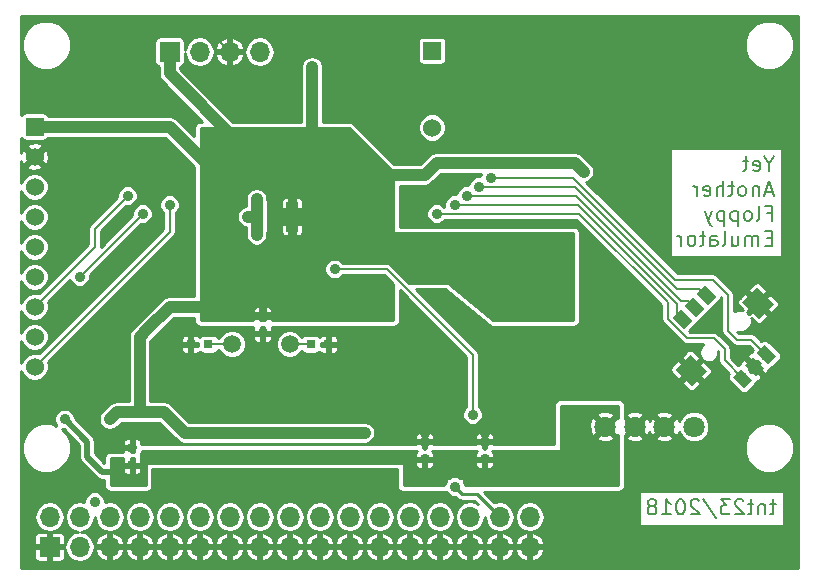
<source format=gbr>
G04 #@! TF.GenerationSoftware,KiCad,Pcbnew,no-vcs-found-bf44d39~61~ubuntu17.10.1*
G04 #@! TF.CreationDate,2018-01-04T13:29:05+03:00*
G04 #@! TF.ProjectId,FloppyEmulator,466C6F707079456D756C61746F722E6B,rev?*
G04 #@! TF.SameCoordinates,Original*
G04 #@! TF.FileFunction,Copper,L2,Bot,Signal*
G04 #@! TF.FilePolarity,Positive*
%FSLAX46Y46*%
G04 Gerber Fmt 4.6, Leading zero omitted, Abs format (unit mm)*
G04 Created by KiCad (PCBNEW no-vcs-found-bf44d39~61~ubuntu17.10.1) date Thu Jan  4 13:29:05 2018*
%MOMM*%
%LPD*%
G01*
G04 APERTURE LIST*
%ADD10C,0.200000*%
%ADD11R,1.524000X1.524000*%
%ADD12C,1.524000*%
%ADD13C,1.800000*%
%ADD14C,0.100000*%
%ADD15C,1.000000*%
%ADD16C,1.500000*%
%ADD17R,1.700000X1.700000*%
%ADD18O,1.700000X1.700000*%
%ADD19R,0.750000X0.800000*%
%ADD20R,0.800000X0.750000*%
%ADD21R,1.000000X2.500000*%
%ADD22C,0.900000*%
%ADD23C,0.500000*%
%ADD24C,1.000000*%
%ADD25C,0.250000*%
%ADD26C,0.254000*%
G04 APERTURE END LIST*
D10*
X207521047Y-99295857D02*
X207037238Y-99295857D01*
X207339619Y-98872523D02*
X207339619Y-99961095D01*
X207279142Y-100082047D01*
X207158190Y-100142523D01*
X207037238Y-100142523D01*
X206613904Y-99295857D02*
X206613904Y-100142523D01*
X206613904Y-99416809D02*
X206553428Y-99356333D01*
X206432476Y-99295857D01*
X206251047Y-99295857D01*
X206130095Y-99356333D01*
X206069619Y-99477285D01*
X206069619Y-100142523D01*
X205646285Y-99295857D02*
X205162476Y-99295857D01*
X205464857Y-98872523D02*
X205464857Y-99961095D01*
X205404380Y-100082047D01*
X205283428Y-100142523D01*
X205162476Y-100142523D01*
X204799619Y-98993476D02*
X204739142Y-98933000D01*
X204618190Y-98872523D01*
X204315809Y-98872523D01*
X204194857Y-98933000D01*
X204134380Y-98993476D01*
X204073904Y-99114428D01*
X204073904Y-99235380D01*
X204134380Y-99416809D01*
X204860095Y-100142523D01*
X204073904Y-100142523D01*
X203650571Y-98872523D02*
X202864380Y-98872523D01*
X203287714Y-99356333D01*
X203106285Y-99356333D01*
X202985333Y-99416809D01*
X202924857Y-99477285D01*
X202864380Y-99598238D01*
X202864380Y-99900619D01*
X202924857Y-100021571D01*
X202985333Y-100082047D01*
X203106285Y-100142523D01*
X203469142Y-100142523D01*
X203590095Y-100082047D01*
X203650571Y-100021571D01*
X201412952Y-98812047D02*
X202501523Y-100444904D01*
X201050095Y-98993476D02*
X200989619Y-98933000D01*
X200868666Y-98872523D01*
X200566285Y-98872523D01*
X200445333Y-98933000D01*
X200384857Y-98993476D01*
X200324380Y-99114428D01*
X200324380Y-99235380D01*
X200384857Y-99416809D01*
X201110571Y-100142523D01*
X200324380Y-100142523D01*
X199538190Y-98872523D02*
X199417238Y-98872523D01*
X199296285Y-98933000D01*
X199235809Y-98993476D01*
X199175333Y-99114428D01*
X199114857Y-99356333D01*
X199114857Y-99658714D01*
X199175333Y-99900619D01*
X199235809Y-100021571D01*
X199296285Y-100082047D01*
X199417238Y-100142523D01*
X199538190Y-100142523D01*
X199659142Y-100082047D01*
X199719619Y-100021571D01*
X199780095Y-99900619D01*
X199840571Y-99658714D01*
X199840571Y-99356333D01*
X199780095Y-99114428D01*
X199719619Y-98993476D01*
X199659142Y-98933000D01*
X199538190Y-98872523D01*
X197905333Y-100142523D02*
X198631047Y-100142523D01*
X198268190Y-100142523D02*
X198268190Y-98872523D01*
X198389142Y-99053952D01*
X198510095Y-99174904D01*
X198631047Y-99235380D01*
X197179619Y-99416809D02*
X197300571Y-99356333D01*
X197361047Y-99295857D01*
X197421523Y-99174904D01*
X197421523Y-99114428D01*
X197361047Y-98993476D01*
X197300571Y-98933000D01*
X197179619Y-98872523D01*
X196937714Y-98872523D01*
X196816761Y-98933000D01*
X196756285Y-98993476D01*
X196695809Y-99114428D01*
X196695809Y-99174904D01*
X196756285Y-99295857D01*
X196816761Y-99356333D01*
X196937714Y-99416809D01*
X197179619Y-99416809D01*
X197300571Y-99477285D01*
X197361047Y-99537761D01*
X197421523Y-99658714D01*
X197421523Y-99900619D01*
X197361047Y-100021571D01*
X197300571Y-100082047D01*
X197179619Y-100142523D01*
X196937714Y-100142523D01*
X196816761Y-100082047D01*
X196756285Y-100021571D01*
X196695809Y-99900619D01*
X196695809Y-99658714D01*
X196756285Y-99537761D01*
X196816761Y-99477285D01*
X196937714Y-99416809D01*
X206970714Y-70472261D02*
X206970714Y-71077023D01*
X207394047Y-69807023D02*
X206970714Y-70472261D01*
X206547380Y-69807023D01*
X205640238Y-71016547D02*
X205761190Y-71077023D01*
X206003095Y-71077023D01*
X206124047Y-71016547D01*
X206184523Y-70895595D01*
X206184523Y-70411785D01*
X206124047Y-70290833D01*
X206003095Y-70230357D01*
X205761190Y-70230357D01*
X205640238Y-70290833D01*
X205579761Y-70411785D01*
X205579761Y-70532738D01*
X206184523Y-70653690D01*
X205216904Y-70230357D02*
X204733095Y-70230357D01*
X205035476Y-69807023D02*
X205035476Y-70895595D01*
X204975000Y-71016547D01*
X204854047Y-71077023D01*
X204733095Y-71077023D01*
X207273095Y-72819166D02*
X206668333Y-72819166D01*
X207394047Y-73182023D02*
X206970714Y-71912023D01*
X206547380Y-73182023D01*
X206124047Y-72335357D02*
X206124047Y-73182023D01*
X206124047Y-72456309D02*
X206063571Y-72395833D01*
X205942619Y-72335357D01*
X205761190Y-72335357D01*
X205640238Y-72395833D01*
X205579761Y-72516785D01*
X205579761Y-73182023D01*
X204793571Y-73182023D02*
X204914523Y-73121547D01*
X204975000Y-73061071D01*
X205035476Y-72940119D01*
X205035476Y-72577261D01*
X204975000Y-72456309D01*
X204914523Y-72395833D01*
X204793571Y-72335357D01*
X204612142Y-72335357D01*
X204491190Y-72395833D01*
X204430714Y-72456309D01*
X204370238Y-72577261D01*
X204370238Y-72940119D01*
X204430714Y-73061071D01*
X204491190Y-73121547D01*
X204612142Y-73182023D01*
X204793571Y-73182023D01*
X204007380Y-72335357D02*
X203523571Y-72335357D01*
X203825952Y-71912023D02*
X203825952Y-73000595D01*
X203765476Y-73121547D01*
X203644523Y-73182023D01*
X203523571Y-73182023D01*
X203100238Y-73182023D02*
X203100238Y-71912023D01*
X202555952Y-73182023D02*
X202555952Y-72516785D01*
X202616428Y-72395833D01*
X202737380Y-72335357D01*
X202918809Y-72335357D01*
X203039761Y-72395833D01*
X203100238Y-72456309D01*
X201467380Y-73121547D02*
X201588333Y-73182023D01*
X201830238Y-73182023D01*
X201951190Y-73121547D01*
X202011666Y-73000595D01*
X202011666Y-72516785D01*
X201951190Y-72395833D01*
X201830238Y-72335357D01*
X201588333Y-72335357D01*
X201467380Y-72395833D01*
X201406904Y-72516785D01*
X201406904Y-72637738D01*
X202011666Y-72758690D01*
X200862619Y-73182023D02*
X200862619Y-72335357D01*
X200862619Y-72577261D02*
X200802142Y-72456309D01*
X200741666Y-72395833D01*
X200620714Y-72335357D01*
X200499761Y-72335357D01*
X206789285Y-74621785D02*
X207212619Y-74621785D01*
X207212619Y-75287023D02*
X207212619Y-74017023D01*
X206607857Y-74017023D01*
X205942619Y-75287023D02*
X206063571Y-75226547D01*
X206124047Y-75105595D01*
X206124047Y-74017023D01*
X205277380Y-75287023D02*
X205398333Y-75226547D01*
X205458809Y-75166071D01*
X205519285Y-75045119D01*
X205519285Y-74682261D01*
X205458809Y-74561309D01*
X205398333Y-74500833D01*
X205277380Y-74440357D01*
X205095952Y-74440357D01*
X204975000Y-74500833D01*
X204914523Y-74561309D01*
X204854047Y-74682261D01*
X204854047Y-75045119D01*
X204914523Y-75166071D01*
X204975000Y-75226547D01*
X205095952Y-75287023D01*
X205277380Y-75287023D01*
X204309761Y-74440357D02*
X204309761Y-75710357D01*
X204309761Y-74500833D02*
X204188809Y-74440357D01*
X203946904Y-74440357D01*
X203825952Y-74500833D01*
X203765476Y-74561309D01*
X203705000Y-74682261D01*
X203705000Y-75045119D01*
X203765476Y-75166071D01*
X203825952Y-75226547D01*
X203946904Y-75287023D01*
X204188809Y-75287023D01*
X204309761Y-75226547D01*
X203160714Y-74440357D02*
X203160714Y-75710357D01*
X203160714Y-74500833D02*
X203039761Y-74440357D01*
X202797857Y-74440357D01*
X202676904Y-74500833D01*
X202616428Y-74561309D01*
X202555952Y-74682261D01*
X202555952Y-75045119D01*
X202616428Y-75166071D01*
X202676904Y-75226547D01*
X202797857Y-75287023D01*
X203039761Y-75287023D01*
X203160714Y-75226547D01*
X202132619Y-74440357D02*
X201830238Y-75287023D01*
X201527857Y-74440357D02*
X201830238Y-75287023D01*
X201951190Y-75589404D01*
X202011666Y-75649880D01*
X202132619Y-75710357D01*
X207212619Y-76726785D02*
X206789285Y-76726785D01*
X206607857Y-77392023D02*
X207212619Y-77392023D01*
X207212619Y-76122023D01*
X206607857Y-76122023D01*
X206063571Y-77392023D02*
X206063571Y-76545357D01*
X206063571Y-76666309D02*
X206003095Y-76605833D01*
X205882142Y-76545357D01*
X205700714Y-76545357D01*
X205579761Y-76605833D01*
X205519285Y-76726785D01*
X205519285Y-77392023D01*
X205519285Y-76726785D02*
X205458809Y-76605833D01*
X205337857Y-76545357D01*
X205156428Y-76545357D01*
X205035476Y-76605833D01*
X204975000Y-76726785D01*
X204975000Y-77392023D01*
X203825952Y-76545357D02*
X203825952Y-77392023D01*
X204370238Y-76545357D02*
X204370238Y-77210595D01*
X204309761Y-77331547D01*
X204188809Y-77392023D01*
X204007380Y-77392023D01*
X203886428Y-77331547D01*
X203825952Y-77271071D01*
X203039761Y-77392023D02*
X203160714Y-77331547D01*
X203221190Y-77210595D01*
X203221190Y-76122023D01*
X202011666Y-77392023D02*
X202011666Y-76726785D01*
X202072142Y-76605833D01*
X202193095Y-76545357D01*
X202435000Y-76545357D01*
X202555952Y-76605833D01*
X202011666Y-77331547D02*
X202132619Y-77392023D01*
X202435000Y-77392023D01*
X202555952Y-77331547D01*
X202616428Y-77210595D01*
X202616428Y-77089642D01*
X202555952Y-76968690D01*
X202435000Y-76908214D01*
X202132619Y-76908214D01*
X202011666Y-76847738D01*
X201588333Y-76545357D02*
X201104523Y-76545357D01*
X201406904Y-76122023D02*
X201406904Y-77210595D01*
X201346428Y-77331547D01*
X201225476Y-77392023D01*
X201104523Y-77392023D01*
X200499761Y-77392023D02*
X200620714Y-77331547D01*
X200681190Y-77271071D01*
X200741666Y-77150119D01*
X200741666Y-76787261D01*
X200681190Y-76666309D01*
X200620714Y-76605833D01*
X200499761Y-76545357D01*
X200318333Y-76545357D01*
X200197380Y-76605833D01*
X200136904Y-76666309D01*
X200076428Y-76787261D01*
X200076428Y-77150119D01*
X200136904Y-77271071D01*
X200197380Y-77331547D01*
X200318333Y-77392023D01*
X200499761Y-77392023D01*
X199532142Y-77392023D02*
X199532142Y-76545357D01*
X199532142Y-76787261D02*
X199471666Y-76666309D01*
X199411190Y-76605833D01*
X199290238Y-76545357D01*
X199169285Y-76545357D01*
D11*
X144780000Y-67310000D03*
D12*
X144780000Y-69850000D03*
X144780000Y-72390000D03*
X144780000Y-74930000D03*
X144780000Y-77470000D03*
X144780000Y-80010000D03*
X144780000Y-82550000D03*
X144780000Y-85090000D03*
X144780000Y-87630000D03*
D13*
X206063782Y-82226218D03*
D14*
G36*
X204720279Y-82155507D02*
X205993071Y-80882715D01*
X207407285Y-82296929D01*
X206134493Y-83569721D01*
X204720279Y-82155507D01*
X204720279Y-82155507D01*
G37*
D13*
X200336218Y-87953782D03*
D14*
G36*
X198992715Y-87883071D02*
X200265507Y-86610279D01*
X201679721Y-88024493D01*
X200406929Y-89297285D01*
X198992715Y-87883071D01*
X198992715Y-87883071D01*
G37*
D15*
X199629111Y-83605076D03*
D14*
G36*
X198798261Y-83481332D02*
X199505367Y-82774226D01*
X200459961Y-83728820D01*
X199752855Y-84435926D01*
X198798261Y-83481332D01*
X198798261Y-83481332D01*
G37*
D15*
X206735534Y-86610280D03*
D14*
G36*
X205904684Y-86486536D02*
X206611790Y-85779430D01*
X207566384Y-86734024D01*
X206859278Y-87441130D01*
X205904684Y-86486536D01*
X205904684Y-86486536D01*
G37*
D15*
X200636738Y-82597449D03*
D14*
G36*
X199805888Y-82473705D02*
X200512994Y-81766599D01*
X201467588Y-82721193D01*
X200760482Y-83428299D01*
X199805888Y-82473705D01*
X199805888Y-82473705D01*
G37*
D15*
X201644365Y-81589821D03*
D14*
G36*
X200813515Y-81466077D02*
X201520621Y-80758971D01*
X202475215Y-81713565D01*
X201768109Y-82420671D01*
X200813515Y-81466077D01*
X200813515Y-81466077D01*
G37*
D15*
X204720280Y-88625534D03*
D14*
G36*
X203889430Y-88501790D02*
X204596536Y-87794684D01*
X205551130Y-88749278D01*
X204844024Y-89456384D01*
X203889430Y-88501790D01*
X203889430Y-88501790D01*
G37*
D15*
X205727907Y-87617907D03*
D14*
G36*
X204897057Y-87494163D02*
X205604163Y-86787057D01*
X206558757Y-87741651D01*
X205851651Y-88448757D01*
X204897057Y-87494163D01*
X204897057Y-87494163D01*
G37*
D16*
X166370000Y-85725000D03*
X161490000Y-85725000D03*
D17*
X156210000Y-60960000D03*
D18*
X158750000Y-60960000D03*
X161290000Y-60960000D03*
X163830000Y-60960000D03*
D13*
X200600000Y-92710000D03*
X198100000Y-92710000D03*
X195600000Y-92710000D03*
X193100000Y-92710000D03*
D17*
X146050000Y-102870000D03*
D18*
X146050000Y-100330000D03*
X148590000Y-102870000D03*
X148590000Y-100330000D03*
X151130000Y-102870000D03*
X151130000Y-100330000D03*
X153670000Y-102870000D03*
X153670000Y-100330000D03*
X156210000Y-102870000D03*
X156210000Y-100330000D03*
X158750000Y-102870000D03*
X158750000Y-100330000D03*
X161290000Y-102870000D03*
X161290000Y-100330000D03*
X163830000Y-102870000D03*
X163830000Y-100330000D03*
X166370000Y-102870000D03*
X166370000Y-100330000D03*
X168910000Y-102870000D03*
X168910000Y-100330000D03*
X171450000Y-102870000D03*
X171450000Y-100330000D03*
X173990000Y-102870000D03*
X173990000Y-100330000D03*
X176530000Y-102870000D03*
X176530000Y-100330000D03*
X179070000Y-102870000D03*
X179070000Y-100330000D03*
X181610000Y-102870000D03*
X181610000Y-100330000D03*
X184150000Y-102870000D03*
X184150000Y-100330000D03*
X186690000Y-102870000D03*
X186690000Y-100330000D03*
D19*
X153035000Y-96000000D03*
X153035000Y-94500000D03*
X182880000Y-93992000D03*
X182880000Y-95492000D03*
X177800000Y-95492000D03*
X177800000Y-93992000D03*
D20*
X158000000Y-85725000D03*
X159500000Y-85725000D03*
X168160000Y-85725000D03*
X169660000Y-85725000D03*
D11*
X178435000Y-60885000D03*
D12*
X178435000Y-67385000D03*
D19*
X164084000Y-84824000D03*
X164084000Y-83324000D03*
D21*
X166600000Y-74930000D03*
X163600000Y-74930000D03*
D22*
X149860000Y-99060000D03*
X156210002Y-73914000D03*
X152654000Y-73152000D03*
X148590000Y-80010006D03*
X153924000Y-74676000D03*
X148590000Y-62230000D03*
X151130000Y-76200000D03*
X157988000Y-76962000D03*
X183642000Y-98552000D03*
X177800000Y-98806000D03*
X155575000Y-98425000D03*
X149860000Y-89534998D03*
X183642000Y-69088000D03*
X191008000Y-61976000D03*
X187198000Y-68834000D03*
X200914000Y-62738000D03*
X197866000Y-64262000D03*
X205105000Y-67945000D03*
X201930000Y-67945000D03*
X162814000Y-74930000D03*
X163576000Y-76454000D03*
X163576000Y-73406000D03*
X173990000Y-67945000D03*
X176530000Y-72644000D03*
X202184000Y-84074000D03*
X208280000Y-85090000D03*
X178435000Y-81914994D03*
X191008000Y-65278000D03*
X172974000Y-84836000D03*
X164084000Y-86106000D03*
X160020000Y-87122000D03*
X151765000Y-89535000D03*
X156845000Y-81280000D03*
X150495000Y-84455000D03*
X153670000Y-77470000D03*
X204470000Y-78740000D03*
X198120000Y-86360000D03*
X195580000Y-82550000D03*
X193040000Y-80010000D03*
X196850000Y-73660000D03*
X194564000Y-68834000D03*
X171450000Y-58420000D03*
X173990000Y-62230000D03*
X176530000Y-69850000D03*
X181610000Y-67310000D03*
X177800000Y-64770000D03*
X165354000Y-64516000D03*
X161290000Y-64516000D03*
X156210000Y-69850000D03*
X152400000Y-69850000D03*
X148590000Y-69850000D03*
X148590000Y-76200000D03*
X148590000Y-73660000D03*
X155575000Y-85725000D03*
X180340000Y-86360000D03*
X182880000Y-88900000D03*
X185420000Y-91440000D03*
X190500000Y-101600000D03*
X195580000Y-101600000D03*
X200660000Y-101600000D03*
X205740000Y-101600000D03*
X203200000Y-96520000D03*
X205740000Y-91440000D03*
X203200000Y-60960000D03*
X187960000Y-60960000D03*
X182880000Y-60960000D03*
X175260000Y-98425000D03*
X170180000Y-98425000D03*
X165100000Y-98425000D03*
X160020000Y-98425000D03*
X176530000Y-83185000D03*
X175260000Y-93345000D03*
X172720000Y-87630000D03*
X167640000Y-89535000D03*
X170180000Y-86995000D03*
X174625000Y-87630000D03*
X155575000Y-89535000D03*
X170180000Y-90805000D03*
X165100000Y-90805000D03*
X160020000Y-90805000D03*
X191262000Y-69088000D03*
X162560000Y-89916000D03*
X157480000Y-89916000D03*
X182880000Y-93218000D03*
X177800000Y-93218000D03*
X157480000Y-97282000D03*
X162560000Y-97282000D03*
X167640000Y-97282000D03*
X172720000Y-97282000D03*
X151130000Y-92075000D03*
X154305000Y-84455000D03*
X184150000Y-80010000D03*
X184150000Y-78740000D03*
X172720000Y-72136000D03*
X162836331Y-82572331D03*
X168275000Y-62230000D03*
X168640545Y-80668498D03*
X159512000Y-82042000D03*
X162560000Y-68326000D03*
X174498000Y-81534000D03*
X185420000Y-78740000D03*
X186690000Y-78740000D03*
X187960000Y-78740000D03*
X189230000Y-78740000D03*
X185420000Y-80010000D03*
X186690000Y-80010000D03*
X189230000Y-80010000D03*
X187960000Y-80010000D03*
X191262000Y-71120000D03*
X172720000Y-93218000D03*
X167640000Y-93218000D03*
X167640000Y-93218000D03*
X162560000Y-93218000D03*
X157480000Y-93218000D03*
X178816000Y-74676000D03*
X182372000Y-72390000D03*
X180340000Y-73914000D03*
X183388002Y-71628000D03*
X170180000Y-79375000D03*
X181864000Y-91694000D03*
X180340000Y-97790008D03*
X181356000Y-73152000D03*
X147320000Y-92075000D03*
X153670000Y-97282000D03*
X190500000Y-91440000D03*
X177800000Y-97282000D03*
X182880000Y-97282000D03*
D10*
X156210002Y-74550396D02*
X156210002Y-73914000D01*
X156210002Y-76199998D02*
X156210002Y-74550396D01*
X144780000Y-87630000D02*
X156210002Y-76199998D01*
X149860000Y-77470000D02*
X149860000Y-75946000D01*
X144780000Y-82550000D02*
X149860000Y-77470000D01*
X149860000Y-75946000D02*
X152654000Y-73152000D01*
X148590000Y-80010000D02*
X148590000Y-80010006D01*
X153924000Y-74676000D02*
X148590000Y-80010000D01*
D23*
X152146000Y-58674000D02*
X148590000Y-62230000D01*
X161036000Y-58674000D02*
X152146000Y-58674000D01*
X161290000Y-58928000D02*
X161036000Y-58674000D01*
X161290000Y-60960000D02*
X161290000Y-58928000D01*
D10*
X177800000Y-102870000D02*
X177800000Y-98806000D01*
X179070000Y-102870000D02*
X177800000Y-102870000D01*
X149860000Y-85090000D02*
X149860000Y-88898602D01*
X149860000Y-88898602D02*
X149860000Y-89534998D01*
X150495000Y-84455000D02*
X149860000Y-85090000D01*
X149860002Y-89535000D02*
X149860000Y-89534998D01*
X151765000Y-89535000D02*
X149860002Y-89535000D01*
X187198000Y-68834000D02*
X183896000Y-68834000D01*
X183896000Y-68834000D02*
X183642000Y-69088000D01*
D23*
X202692000Y-60960000D02*
X200914000Y-62738000D01*
X203200000Y-60960000D02*
X202692000Y-60960000D01*
X201930000Y-67945000D02*
X198247000Y-64262000D01*
X198247000Y-64262000D02*
X197866000Y-64262000D01*
X201930000Y-67945000D02*
X205105000Y-67945000D01*
D24*
X163576000Y-76454000D02*
X163576000Y-74954000D01*
X163576000Y-74954000D02*
X163600000Y-74930000D01*
X162814000Y-74930000D02*
X163600000Y-74930000D01*
X163576000Y-73406000D02*
X163576000Y-74906000D01*
X163576000Y-74906000D02*
X163600000Y-74930000D01*
D10*
X174625000Y-67945000D02*
X173990000Y-67945000D01*
X176530000Y-69850000D02*
X174625000Y-67945000D01*
X182880000Y-60960000D02*
X187198000Y-65278000D01*
X190371604Y-65278000D02*
X191008000Y-65278000D01*
X187198000Y-65278000D02*
X190371604Y-65278000D01*
X191644396Y-65278000D02*
X191008000Y-65278000D01*
X165100000Y-87122000D02*
X164533999Y-86555999D01*
X164533999Y-86555999D02*
X164084000Y-86106000D01*
X165100000Y-90805000D02*
X165100000Y-87122000D01*
X160020000Y-90805000D02*
X160020000Y-87122000D01*
X204470000Y-80632436D02*
X204470000Y-78740000D01*
X206063782Y-82226218D02*
X204470000Y-80632436D01*
X198742436Y-86360000D02*
X198120000Y-86360000D01*
X200336218Y-87953782D02*
X198742436Y-86360000D01*
X179070000Y-64770000D02*
X181610000Y-67310000D01*
X177800000Y-64770000D02*
X179070000Y-64770000D01*
X161290000Y-60960000D02*
X161290000Y-64516000D01*
X148590000Y-73660000D02*
X148590000Y-69850000D01*
X148590000Y-73660000D02*
X148590000Y-76200000D01*
X158000000Y-85725000D02*
X155575000Y-85725000D01*
X195580000Y-101600000D02*
X190500000Y-101600000D01*
X200660000Y-101600000D02*
X195580000Y-101600000D01*
X205740000Y-101600000D02*
X200660000Y-101600000D01*
X203200000Y-93980000D02*
X203200000Y-96520000D01*
X205740000Y-91440000D02*
X203200000Y-93980000D01*
X206275914Y-88165914D02*
X206275914Y-90904086D01*
X205727907Y-87617907D02*
X206275914Y-88165914D01*
X206275914Y-90904086D02*
X205740000Y-91440000D01*
X187960000Y-60960000D02*
X203200000Y-60960000D01*
X161290000Y-60960000D02*
X158750000Y-58420000D01*
X170180000Y-98425000D02*
X175260000Y-98425000D01*
X165100000Y-98425000D02*
X170180000Y-98425000D01*
X160020000Y-98425000D02*
X165100000Y-98425000D01*
X158877000Y-97282000D02*
X160020000Y-98425000D01*
X157480000Y-97282000D02*
X158877000Y-97282000D01*
X176530000Y-84455000D02*
X176530000Y-83185000D01*
X174625000Y-86360000D02*
X176530000Y-84455000D01*
X174625000Y-87630000D02*
X174625000Y-86360000D01*
X177800000Y-93218000D02*
X175387000Y-93218000D01*
X175387000Y-93218000D02*
X175260000Y-93345000D01*
X169660000Y-86475000D02*
X170180000Y-86995000D01*
X169660000Y-85725000D02*
X169660000Y-86475000D01*
X157480000Y-89916000D02*
X155956000Y-89916000D01*
X155956000Y-89916000D02*
X155575000Y-89535000D01*
X165100000Y-90805000D02*
X170180000Y-90805000D01*
X160020000Y-90805000D02*
X165100000Y-90805000D01*
X159131000Y-89916000D02*
X160020000Y-90805000D01*
X157480000Y-89916000D02*
X159131000Y-89916000D01*
D23*
X182880000Y-94500000D02*
X182880000Y-93301002D01*
X177800000Y-93218000D02*
X177800000Y-94500000D01*
D24*
X153670000Y-91440000D02*
X151765000Y-91440000D01*
X151579999Y-91625001D02*
X151130000Y-92075000D01*
X151765000Y-91440000D02*
X151579999Y-91625001D01*
X177800000Y-71374000D02*
X178816000Y-70358000D01*
X174244000Y-71374000D02*
X177800000Y-71374000D01*
X190500000Y-70358000D02*
X191262000Y-71120000D01*
X178816000Y-70358000D02*
X190500000Y-70358000D01*
X145415000Y-67310000D02*
X156210000Y-67310000D01*
X156210000Y-67310000D02*
X160020000Y-71120000D01*
X154305000Y-84455000D02*
X156210000Y-82550000D01*
X153670000Y-85090000D02*
X154305000Y-84455000D01*
D25*
X185420000Y-78740000D02*
X184150000Y-78740000D01*
D24*
X168275000Y-62230000D02*
X168275000Y-67945000D01*
D10*
X198374000Y-83566000D02*
X198374000Y-82169000D01*
X203200000Y-86106000D02*
X202314008Y-85220008D01*
X203200000Y-87105254D02*
X203200000Y-86106000D01*
X200028008Y-85220008D02*
X198374000Y-83566000D01*
X190881000Y-74676000D02*
X178816000Y-74676000D01*
X202314008Y-85220008D02*
X200028008Y-85220008D01*
X204720280Y-88625534D02*
X203200000Y-87105254D01*
X198374000Y-82169000D02*
X190881000Y-74676000D01*
X190500000Y-72390000D02*
X199136000Y-81026000D01*
X182372000Y-72390000D02*
X190500000Y-72390000D01*
X199136000Y-81026000D02*
X201080544Y-81026000D01*
X201080544Y-81026000D02*
X201644365Y-81589821D01*
X190754000Y-73914000D02*
X199136000Y-82296000D01*
X180340000Y-73914000D02*
X190754000Y-73914000D01*
X199136000Y-82296000D02*
X199136000Y-83111965D01*
X199136000Y-83111965D02*
X199629111Y-83605076D01*
X203454000Y-81534000D02*
X202184000Y-80264000D01*
X203454000Y-84582000D02*
X203454000Y-81534000D01*
X206735534Y-86610280D02*
X205469254Y-85344000D01*
X202184000Y-80264000D02*
X199009000Y-80264000D01*
X204216000Y-85344000D02*
X203454000Y-84582000D01*
X205469254Y-85344000D02*
X204216000Y-85344000D01*
X190373000Y-71628000D02*
X184024398Y-71628000D01*
X199009000Y-80264000D02*
X190373000Y-71628000D01*
X184024398Y-71628000D02*
X183388002Y-71628000D01*
D25*
X182245000Y-98425000D02*
X180975000Y-98425000D01*
X184150000Y-100330000D02*
X182245000Y-98425000D01*
X180975000Y-98425000D02*
X180340008Y-97790008D01*
X180340008Y-97790008D02*
X180340000Y-97790008D01*
D10*
X190627000Y-73152000D02*
X199517000Y-82042000D01*
X181356000Y-73152000D02*
X190627000Y-73152000D01*
X200081289Y-82042000D02*
X200636738Y-82597449D01*
X199517000Y-82042000D02*
X200081289Y-82042000D01*
D24*
X153670000Y-91440000D02*
X153670000Y-85090000D01*
X156210000Y-82550000D02*
X160020000Y-82550000D01*
X156210000Y-62810000D02*
X161980000Y-68580000D01*
X156210000Y-60960000D02*
X156210000Y-62810000D01*
X161980000Y-68580000D02*
X162560000Y-68580000D01*
X162560000Y-68580000D02*
X162560000Y-68326000D01*
X155702000Y-91440000D02*
X153670000Y-91440000D01*
X157480000Y-93218000D02*
X155702000Y-91440000D01*
X162560000Y-93218000D02*
X157480000Y-93218000D01*
X167640000Y-93218000D02*
X162560000Y-93218000D01*
X172720000Y-93218000D02*
X167640000Y-93218000D01*
D10*
X174625000Y-79375000D02*
X170816396Y-79375000D01*
X181864000Y-91694000D02*
X181864000Y-86614000D01*
X170816396Y-79375000D02*
X170180000Y-79375000D01*
X181864000Y-86614000D02*
X174625000Y-79375000D01*
X166370000Y-85725000D02*
X168160000Y-85725000D01*
X159500000Y-85725000D02*
X161490000Y-85725000D01*
D23*
X149225000Y-93980000D02*
X149225000Y-95250000D01*
X147320000Y-92075000D02*
X149225000Y-93980000D01*
X150495000Y-96520000D02*
X151765000Y-96520000D01*
X149225000Y-95250000D02*
X150495000Y-96520000D01*
X182880000Y-96000000D02*
X182880000Y-97282000D01*
X177800000Y-96000000D02*
X177800000Y-97282000D01*
D26*
G36*
X209423000Y-104648000D02*
X143637000Y-104648000D01*
X143637000Y-103103750D01*
X144773000Y-103103750D01*
X144773000Y-103804935D01*
X144838007Y-103961876D01*
X144958124Y-104081993D01*
X145115064Y-104147000D01*
X145816250Y-104147000D01*
X145923000Y-104040250D01*
X145923000Y-102997000D01*
X146177000Y-102997000D01*
X146177000Y-104040250D01*
X146283750Y-104147000D01*
X146984936Y-104147000D01*
X147141876Y-104081993D01*
X147261993Y-103961876D01*
X147327000Y-103804935D01*
X147327000Y-103103750D01*
X147220250Y-102997000D01*
X146177000Y-102997000D01*
X145923000Y-102997000D01*
X144879750Y-102997000D01*
X144773000Y-103103750D01*
X143637000Y-103103750D01*
X143637000Y-101935065D01*
X144773000Y-101935065D01*
X144773000Y-102636250D01*
X144879750Y-102743000D01*
X145923000Y-102743000D01*
X145923000Y-101699750D01*
X146177000Y-101699750D01*
X146177000Y-102743000D01*
X147220250Y-102743000D01*
X147327000Y-102636250D01*
X147327000Y-101935065D01*
X147261993Y-101778124D01*
X147141876Y-101658007D01*
X146984936Y-101593000D01*
X146283750Y-101593000D01*
X146177000Y-101699750D01*
X145923000Y-101699750D01*
X145816250Y-101593000D01*
X145115064Y-101593000D01*
X144958124Y-101658007D01*
X144838007Y-101778124D01*
X144773000Y-101935065D01*
X143637000Y-101935065D01*
X143637000Y-94931328D01*
X143702640Y-94931328D01*
X144018178Y-95694989D01*
X144601938Y-96279768D01*
X145365047Y-96596639D01*
X146191328Y-96597360D01*
X146954989Y-96281822D01*
X147539768Y-95698062D01*
X147856639Y-94934953D01*
X147857360Y-94108672D01*
X147541822Y-93345011D01*
X147149347Y-92951851D01*
X147239508Y-92951930D01*
X148548000Y-94260422D01*
X148548000Y-95250000D01*
X148599534Y-95509077D01*
X148607694Y-95521289D01*
X148746289Y-95728711D01*
X150016289Y-96998711D01*
X150235923Y-97145466D01*
X150495000Y-97197000D01*
X150703000Y-97197000D01*
X150703000Y-97790000D01*
X150735503Y-97953406D01*
X150828065Y-98091935D01*
X150966594Y-98184497D01*
X151130000Y-98217000D01*
X154305000Y-98217000D01*
X154468406Y-98184497D01*
X154606935Y-98091935D01*
X154699497Y-97953406D01*
X154732000Y-97790000D01*
X154732000Y-96312000D01*
X175468000Y-96312000D01*
X175468000Y-97790000D01*
X175500503Y-97953406D01*
X175593065Y-98091935D01*
X175731594Y-98184497D01*
X175895000Y-98217000D01*
X179567514Y-98217000D01*
X179596082Y-98286139D01*
X179842571Y-98533059D01*
X180164789Y-98666855D01*
X180436446Y-98667092D01*
X180584677Y-98815323D01*
X180763759Y-98934982D01*
X180975000Y-98977000D01*
X182016354Y-98977000D01*
X182297153Y-99257799D01*
X182098687Y-99125188D01*
X181610000Y-99027982D01*
X181121313Y-99125188D01*
X180707025Y-99402007D01*
X180430206Y-99816295D01*
X180340000Y-100269791D01*
X180249794Y-99816295D01*
X179972975Y-99402007D01*
X179558687Y-99125188D01*
X179070000Y-99027982D01*
X178581313Y-99125188D01*
X178167025Y-99402007D01*
X177890206Y-99816295D01*
X177800000Y-100269791D01*
X177709794Y-99816295D01*
X177432975Y-99402007D01*
X177018687Y-99125188D01*
X176530000Y-99027982D01*
X176041313Y-99125188D01*
X175627025Y-99402007D01*
X175350206Y-99816295D01*
X175260000Y-100269791D01*
X175169794Y-99816295D01*
X174892975Y-99402007D01*
X174478687Y-99125188D01*
X173990000Y-99027982D01*
X173501313Y-99125188D01*
X173087025Y-99402007D01*
X172810206Y-99816295D01*
X172720000Y-100269791D01*
X172629794Y-99816295D01*
X172352975Y-99402007D01*
X171938687Y-99125188D01*
X171450000Y-99027982D01*
X170961313Y-99125188D01*
X170547025Y-99402007D01*
X170270206Y-99816295D01*
X170180000Y-100269791D01*
X170089794Y-99816295D01*
X169812975Y-99402007D01*
X169398687Y-99125188D01*
X168910000Y-99027982D01*
X168421313Y-99125188D01*
X168007025Y-99402007D01*
X167730206Y-99816295D01*
X167640000Y-100269791D01*
X167549794Y-99816295D01*
X167272975Y-99402007D01*
X166858687Y-99125188D01*
X166370000Y-99027982D01*
X165881313Y-99125188D01*
X165467025Y-99402007D01*
X165190206Y-99816295D01*
X165100000Y-100269791D01*
X165009794Y-99816295D01*
X164732975Y-99402007D01*
X164318687Y-99125188D01*
X163830000Y-99027982D01*
X163341313Y-99125188D01*
X162927025Y-99402007D01*
X162650206Y-99816295D01*
X162560000Y-100269791D01*
X162469794Y-99816295D01*
X162192975Y-99402007D01*
X161778687Y-99125188D01*
X161290000Y-99027982D01*
X160801313Y-99125188D01*
X160387025Y-99402007D01*
X160110206Y-99816295D01*
X160020000Y-100269791D01*
X159929794Y-99816295D01*
X159652975Y-99402007D01*
X159238687Y-99125188D01*
X158750000Y-99027982D01*
X158261313Y-99125188D01*
X157847025Y-99402007D01*
X157570206Y-99816295D01*
X157480000Y-100269791D01*
X157389794Y-99816295D01*
X157112975Y-99402007D01*
X156698687Y-99125188D01*
X156210000Y-99027982D01*
X155721313Y-99125188D01*
X155307025Y-99402007D01*
X155030206Y-99816295D01*
X154940000Y-100269791D01*
X154849794Y-99816295D01*
X154572975Y-99402007D01*
X154158687Y-99125188D01*
X153670000Y-99027982D01*
X153181313Y-99125188D01*
X152767025Y-99402007D01*
X152490206Y-99816295D01*
X152400000Y-100269791D01*
X152309794Y-99816295D01*
X152032975Y-99402007D01*
X151618687Y-99125188D01*
X151130000Y-99027982D01*
X150736959Y-99106163D01*
X150737151Y-98886319D01*
X150603918Y-98563869D01*
X150357429Y-98316949D01*
X150035211Y-98183153D01*
X149686319Y-98182849D01*
X149363869Y-98316082D01*
X149116949Y-98562571D01*
X148983153Y-98884789D01*
X148982960Y-99106147D01*
X148590000Y-99027982D01*
X148101313Y-99125188D01*
X147687025Y-99402007D01*
X147410206Y-99816295D01*
X147320000Y-100269791D01*
X147229794Y-99816295D01*
X146952975Y-99402007D01*
X146538687Y-99125188D01*
X146050000Y-99027982D01*
X145561313Y-99125188D01*
X145147025Y-99402007D01*
X144870206Y-99816295D01*
X144773000Y-100304982D01*
X144773000Y-100355018D01*
X144870206Y-100843705D01*
X145147025Y-101257993D01*
X145561313Y-101534812D01*
X146050000Y-101632018D01*
X146538687Y-101534812D01*
X146952975Y-101257993D01*
X147229794Y-100843705D01*
X147320000Y-100390209D01*
X147410206Y-100843705D01*
X147687025Y-101257993D01*
X148101313Y-101534812D01*
X148429035Y-101600000D01*
X148101313Y-101665188D01*
X147687025Y-101942007D01*
X147410206Y-102356295D01*
X147313000Y-102844982D01*
X147313000Y-102895018D01*
X147410206Y-103383705D01*
X147687025Y-103797993D01*
X148101313Y-104074812D01*
X148590000Y-104172018D01*
X149078687Y-104074812D01*
X149492975Y-103797993D01*
X149769794Y-103383705D01*
X149807485Y-103194215D01*
X149894831Y-103194215D01*
X150112924Y-103642214D01*
X150485858Y-103972651D01*
X150805787Y-104105158D01*
X151003000Y-104033338D01*
X151003000Y-102997000D01*
X151257000Y-102997000D01*
X151257000Y-104033338D01*
X151454213Y-104105158D01*
X151774142Y-103972651D01*
X152147076Y-103642214D01*
X152365169Y-103194215D01*
X152434831Y-103194215D01*
X152652924Y-103642214D01*
X153025858Y-103972651D01*
X153345787Y-104105158D01*
X153543000Y-104033338D01*
X153543000Y-102997000D01*
X153797000Y-102997000D01*
X153797000Y-104033338D01*
X153994213Y-104105158D01*
X154314142Y-103972651D01*
X154687076Y-103642214D01*
X154905169Y-103194215D01*
X154974831Y-103194215D01*
X155192924Y-103642214D01*
X155565858Y-103972651D01*
X155885787Y-104105158D01*
X156083000Y-104033338D01*
X156083000Y-102997000D01*
X156337000Y-102997000D01*
X156337000Y-104033338D01*
X156534213Y-104105158D01*
X156854142Y-103972651D01*
X157227076Y-103642214D01*
X157445169Y-103194215D01*
X157514831Y-103194215D01*
X157732924Y-103642214D01*
X158105858Y-103972651D01*
X158425787Y-104105158D01*
X158623000Y-104033338D01*
X158623000Y-102997000D01*
X158877000Y-102997000D01*
X158877000Y-104033338D01*
X159074213Y-104105158D01*
X159394142Y-103972651D01*
X159767076Y-103642214D01*
X159985169Y-103194215D01*
X160054831Y-103194215D01*
X160272924Y-103642214D01*
X160645858Y-103972651D01*
X160965787Y-104105158D01*
X161163000Y-104033338D01*
X161163000Y-102997000D01*
X161417000Y-102997000D01*
X161417000Y-104033338D01*
X161614213Y-104105158D01*
X161934142Y-103972651D01*
X162307076Y-103642214D01*
X162525169Y-103194215D01*
X162594831Y-103194215D01*
X162812924Y-103642214D01*
X163185858Y-103972651D01*
X163505787Y-104105158D01*
X163703000Y-104033338D01*
X163703000Y-102997000D01*
X163957000Y-102997000D01*
X163957000Y-104033338D01*
X164154213Y-104105158D01*
X164474142Y-103972651D01*
X164847076Y-103642214D01*
X165065169Y-103194215D01*
X165134831Y-103194215D01*
X165352924Y-103642214D01*
X165725858Y-103972651D01*
X166045787Y-104105158D01*
X166243000Y-104033338D01*
X166243000Y-102997000D01*
X166497000Y-102997000D01*
X166497000Y-104033338D01*
X166694213Y-104105158D01*
X167014142Y-103972651D01*
X167387076Y-103642214D01*
X167605169Y-103194215D01*
X167674831Y-103194215D01*
X167892924Y-103642214D01*
X168265858Y-103972651D01*
X168585787Y-104105158D01*
X168783000Y-104033338D01*
X168783000Y-102997000D01*
X169037000Y-102997000D01*
X169037000Y-104033338D01*
X169234213Y-104105158D01*
X169554142Y-103972651D01*
X169927076Y-103642214D01*
X170145169Y-103194215D01*
X170214831Y-103194215D01*
X170432924Y-103642214D01*
X170805858Y-103972651D01*
X171125787Y-104105158D01*
X171323000Y-104033338D01*
X171323000Y-102997000D01*
X171577000Y-102997000D01*
X171577000Y-104033338D01*
X171774213Y-104105158D01*
X172094142Y-103972651D01*
X172467076Y-103642214D01*
X172685169Y-103194215D01*
X172754831Y-103194215D01*
X172972924Y-103642214D01*
X173345858Y-103972651D01*
X173665787Y-104105158D01*
X173863000Y-104033338D01*
X173863000Y-102997000D01*
X174117000Y-102997000D01*
X174117000Y-104033338D01*
X174314213Y-104105158D01*
X174634142Y-103972651D01*
X175007076Y-103642214D01*
X175225169Y-103194215D01*
X175294831Y-103194215D01*
X175512924Y-103642214D01*
X175885858Y-103972651D01*
X176205787Y-104105158D01*
X176403000Y-104033338D01*
X176403000Y-102997000D01*
X176657000Y-102997000D01*
X176657000Y-104033338D01*
X176854213Y-104105158D01*
X177174142Y-103972651D01*
X177547076Y-103642214D01*
X177765169Y-103194215D01*
X177834831Y-103194215D01*
X178052924Y-103642214D01*
X178425858Y-103972651D01*
X178745787Y-104105158D01*
X178943000Y-104033338D01*
X178943000Y-102997000D01*
X179197000Y-102997000D01*
X179197000Y-104033338D01*
X179394213Y-104105158D01*
X179714142Y-103972651D01*
X180087076Y-103642214D01*
X180305169Y-103194215D01*
X180374831Y-103194215D01*
X180592924Y-103642214D01*
X180965858Y-103972651D01*
X181285787Y-104105158D01*
X181483000Y-104033338D01*
X181483000Y-102997000D01*
X181737000Y-102997000D01*
X181737000Y-104033338D01*
X181934213Y-104105158D01*
X182254142Y-103972651D01*
X182627076Y-103642214D01*
X182845169Y-103194215D01*
X182914831Y-103194215D01*
X183132924Y-103642214D01*
X183505858Y-103972651D01*
X183825787Y-104105158D01*
X184023000Y-104033338D01*
X184023000Y-102997000D01*
X184277000Y-102997000D01*
X184277000Y-104033338D01*
X184474213Y-104105158D01*
X184794142Y-103972651D01*
X185167076Y-103642214D01*
X185385169Y-103194215D01*
X185454831Y-103194215D01*
X185672924Y-103642214D01*
X186045858Y-103972651D01*
X186365787Y-104105158D01*
X186563000Y-104033338D01*
X186563000Y-102997000D01*
X186817000Y-102997000D01*
X186817000Y-104033338D01*
X187014213Y-104105158D01*
X187334142Y-103972651D01*
X187707076Y-103642214D01*
X187925169Y-103194215D01*
X187853930Y-102997000D01*
X186817000Y-102997000D01*
X186563000Y-102997000D01*
X185526070Y-102997000D01*
X185454831Y-103194215D01*
X185385169Y-103194215D01*
X185313930Y-102997000D01*
X184277000Y-102997000D01*
X184023000Y-102997000D01*
X182986070Y-102997000D01*
X182914831Y-103194215D01*
X182845169Y-103194215D01*
X182773930Y-102997000D01*
X181737000Y-102997000D01*
X181483000Y-102997000D01*
X180446070Y-102997000D01*
X180374831Y-103194215D01*
X180305169Y-103194215D01*
X180233930Y-102997000D01*
X179197000Y-102997000D01*
X178943000Y-102997000D01*
X177906070Y-102997000D01*
X177834831Y-103194215D01*
X177765169Y-103194215D01*
X177693930Y-102997000D01*
X176657000Y-102997000D01*
X176403000Y-102997000D01*
X175366070Y-102997000D01*
X175294831Y-103194215D01*
X175225169Y-103194215D01*
X175153930Y-102997000D01*
X174117000Y-102997000D01*
X173863000Y-102997000D01*
X172826070Y-102997000D01*
X172754831Y-103194215D01*
X172685169Y-103194215D01*
X172613930Y-102997000D01*
X171577000Y-102997000D01*
X171323000Y-102997000D01*
X170286070Y-102997000D01*
X170214831Y-103194215D01*
X170145169Y-103194215D01*
X170073930Y-102997000D01*
X169037000Y-102997000D01*
X168783000Y-102997000D01*
X167746070Y-102997000D01*
X167674831Y-103194215D01*
X167605169Y-103194215D01*
X167533930Y-102997000D01*
X166497000Y-102997000D01*
X166243000Y-102997000D01*
X165206070Y-102997000D01*
X165134831Y-103194215D01*
X165065169Y-103194215D01*
X164993930Y-102997000D01*
X163957000Y-102997000D01*
X163703000Y-102997000D01*
X162666070Y-102997000D01*
X162594831Y-103194215D01*
X162525169Y-103194215D01*
X162453930Y-102997000D01*
X161417000Y-102997000D01*
X161163000Y-102997000D01*
X160126070Y-102997000D01*
X160054831Y-103194215D01*
X159985169Y-103194215D01*
X159913930Y-102997000D01*
X158877000Y-102997000D01*
X158623000Y-102997000D01*
X157586070Y-102997000D01*
X157514831Y-103194215D01*
X157445169Y-103194215D01*
X157373930Y-102997000D01*
X156337000Y-102997000D01*
X156083000Y-102997000D01*
X155046070Y-102997000D01*
X154974831Y-103194215D01*
X154905169Y-103194215D01*
X154833930Y-102997000D01*
X153797000Y-102997000D01*
X153543000Y-102997000D01*
X152506070Y-102997000D01*
X152434831Y-103194215D01*
X152365169Y-103194215D01*
X152293930Y-102997000D01*
X151257000Y-102997000D01*
X151003000Y-102997000D01*
X149966070Y-102997000D01*
X149894831Y-103194215D01*
X149807485Y-103194215D01*
X149867000Y-102895018D01*
X149867000Y-102844982D01*
X149807486Y-102545785D01*
X149894831Y-102545785D01*
X149966070Y-102743000D01*
X151003000Y-102743000D01*
X151003000Y-101706662D01*
X151257000Y-101706662D01*
X151257000Y-102743000D01*
X152293930Y-102743000D01*
X152365169Y-102545785D01*
X152434831Y-102545785D01*
X152506070Y-102743000D01*
X153543000Y-102743000D01*
X153543000Y-101706662D01*
X153797000Y-101706662D01*
X153797000Y-102743000D01*
X154833930Y-102743000D01*
X154905169Y-102545785D01*
X154974831Y-102545785D01*
X155046070Y-102743000D01*
X156083000Y-102743000D01*
X156083000Y-101706662D01*
X156337000Y-101706662D01*
X156337000Y-102743000D01*
X157373930Y-102743000D01*
X157445169Y-102545785D01*
X157514831Y-102545785D01*
X157586070Y-102743000D01*
X158623000Y-102743000D01*
X158623000Y-101706662D01*
X158877000Y-101706662D01*
X158877000Y-102743000D01*
X159913930Y-102743000D01*
X159985169Y-102545785D01*
X160054831Y-102545785D01*
X160126070Y-102743000D01*
X161163000Y-102743000D01*
X161163000Y-101706662D01*
X161417000Y-101706662D01*
X161417000Y-102743000D01*
X162453930Y-102743000D01*
X162525169Y-102545785D01*
X162594831Y-102545785D01*
X162666070Y-102743000D01*
X163703000Y-102743000D01*
X163703000Y-101706662D01*
X163957000Y-101706662D01*
X163957000Y-102743000D01*
X164993930Y-102743000D01*
X165065169Y-102545785D01*
X165134831Y-102545785D01*
X165206070Y-102743000D01*
X166243000Y-102743000D01*
X166243000Y-101706662D01*
X166497000Y-101706662D01*
X166497000Y-102743000D01*
X167533930Y-102743000D01*
X167605169Y-102545785D01*
X167674831Y-102545785D01*
X167746070Y-102743000D01*
X168783000Y-102743000D01*
X168783000Y-101706662D01*
X169037000Y-101706662D01*
X169037000Y-102743000D01*
X170073930Y-102743000D01*
X170145169Y-102545785D01*
X170214831Y-102545785D01*
X170286070Y-102743000D01*
X171323000Y-102743000D01*
X171323000Y-101706662D01*
X171577000Y-101706662D01*
X171577000Y-102743000D01*
X172613930Y-102743000D01*
X172685169Y-102545785D01*
X172754831Y-102545785D01*
X172826070Y-102743000D01*
X173863000Y-102743000D01*
X173863000Y-101706662D01*
X174117000Y-101706662D01*
X174117000Y-102743000D01*
X175153930Y-102743000D01*
X175225169Y-102545785D01*
X175294831Y-102545785D01*
X175366070Y-102743000D01*
X176403000Y-102743000D01*
X176403000Y-101706662D01*
X176657000Y-101706662D01*
X176657000Y-102743000D01*
X177693930Y-102743000D01*
X177765169Y-102545785D01*
X177834831Y-102545785D01*
X177906070Y-102743000D01*
X178943000Y-102743000D01*
X178943000Y-101706662D01*
X179197000Y-101706662D01*
X179197000Y-102743000D01*
X180233930Y-102743000D01*
X180305169Y-102545785D01*
X180374831Y-102545785D01*
X180446070Y-102743000D01*
X181483000Y-102743000D01*
X181483000Y-101706662D01*
X181737000Y-101706662D01*
X181737000Y-102743000D01*
X182773930Y-102743000D01*
X182845169Y-102545785D01*
X182914831Y-102545785D01*
X182986070Y-102743000D01*
X184023000Y-102743000D01*
X184023000Y-101706662D01*
X184277000Y-101706662D01*
X184277000Y-102743000D01*
X185313930Y-102743000D01*
X185385169Y-102545785D01*
X185454831Y-102545785D01*
X185526070Y-102743000D01*
X186563000Y-102743000D01*
X186563000Y-101706662D01*
X186817000Y-101706662D01*
X186817000Y-102743000D01*
X187853930Y-102743000D01*
X187925169Y-102545785D01*
X187707076Y-102097786D01*
X187334142Y-101767349D01*
X187014213Y-101634842D01*
X186817000Y-101706662D01*
X186563000Y-101706662D01*
X186365787Y-101634842D01*
X186045858Y-101767349D01*
X185672924Y-102097786D01*
X185454831Y-102545785D01*
X185385169Y-102545785D01*
X185167076Y-102097786D01*
X184794142Y-101767349D01*
X184474213Y-101634842D01*
X184277000Y-101706662D01*
X184023000Y-101706662D01*
X183825787Y-101634842D01*
X183505858Y-101767349D01*
X183132924Y-102097786D01*
X182914831Y-102545785D01*
X182845169Y-102545785D01*
X182627076Y-102097786D01*
X182254142Y-101767349D01*
X181934213Y-101634842D01*
X181737000Y-101706662D01*
X181483000Y-101706662D01*
X181285787Y-101634842D01*
X180965858Y-101767349D01*
X180592924Y-102097786D01*
X180374831Y-102545785D01*
X180305169Y-102545785D01*
X180087076Y-102097786D01*
X179714142Y-101767349D01*
X179394213Y-101634842D01*
X179197000Y-101706662D01*
X178943000Y-101706662D01*
X178745787Y-101634842D01*
X178425858Y-101767349D01*
X178052924Y-102097786D01*
X177834831Y-102545785D01*
X177765169Y-102545785D01*
X177547076Y-102097786D01*
X177174142Y-101767349D01*
X176854213Y-101634842D01*
X176657000Y-101706662D01*
X176403000Y-101706662D01*
X176205787Y-101634842D01*
X175885858Y-101767349D01*
X175512924Y-102097786D01*
X175294831Y-102545785D01*
X175225169Y-102545785D01*
X175007076Y-102097786D01*
X174634142Y-101767349D01*
X174314213Y-101634842D01*
X174117000Y-101706662D01*
X173863000Y-101706662D01*
X173665787Y-101634842D01*
X173345858Y-101767349D01*
X172972924Y-102097786D01*
X172754831Y-102545785D01*
X172685169Y-102545785D01*
X172467076Y-102097786D01*
X172094142Y-101767349D01*
X171774213Y-101634842D01*
X171577000Y-101706662D01*
X171323000Y-101706662D01*
X171125787Y-101634842D01*
X170805858Y-101767349D01*
X170432924Y-102097786D01*
X170214831Y-102545785D01*
X170145169Y-102545785D01*
X169927076Y-102097786D01*
X169554142Y-101767349D01*
X169234213Y-101634842D01*
X169037000Y-101706662D01*
X168783000Y-101706662D01*
X168585787Y-101634842D01*
X168265858Y-101767349D01*
X167892924Y-102097786D01*
X167674831Y-102545785D01*
X167605169Y-102545785D01*
X167387076Y-102097786D01*
X167014142Y-101767349D01*
X166694213Y-101634842D01*
X166497000Y-101706662D01*
X166243000Y-101706662D01*
X166045787Y-101634842D01*
X165725858Y-101767349D01*
X165352924Y-102097786D01*
X165134831Y-102545785D01*
X165065169Y-102545785D01*
X164847076Y-102097786D01*
X164474142Y-101767349D01*
X164154213Y-101634842D01*
X163957000Y-101706662D01*
X163703000Y-101706662D01*
X163505787Y-101634842D01*
X163185858Y-101767349D01*
X162812924Y-102097786D01*
X162594831Y-102545785D01*
X162525169Y-102545785D01*
X162307076Y-102097786D01*
X161934142Y-101767349D01*
X161614213Y-101634842D01*
X161417000Y-101706662D01*
X161163000Y-101706662D01*
X160965787Y-101634842D01*
X160645858Y-101767349D01*
X160272924Y-102097786D01*
X160054831Y-102545785D01*
X159985169Y-102545785D01*
X159767076Y-102097786D01*
X159394142Y-101767349D01*
X159074213Y-101634842D01*
X158877000Y-101706662D01*
X158623000Y-101706662D01*
X158425787Y-101634842D01*
X158105858Y-101767349D01*
X157732924Y-102097786D01*
X157514831Y-102545785D01*
X157445169Y-102545785D01*
X157227076Y-102097786D01*
X156854142Y-101767349D01*
X156534213Y-101634842D01*
X156337000Y-101706662D01*
X156083000Y-101706662D01*
X155885787Y-101634842D01*
X155565858Y-101767349D01*
X155192924Y-102097786D01*
X154974831Y-102545785D01*
X154905169Y-102545785D01*
X154687076Y-102097786D01*
X154314142Y-101767349D01*
X153994213Y-101634842D01*
X153797000Y-101706662D01*
X153543000Y-101706662D01*
X153345787Y-101634842D01*
X153025858Y-101767349D01*
X152652924Y-102097786D01*
X152434831Y-102545785D01*
X152365169Y-102545785D01*
X152147076Y-102097786D01*
X151774142Y-101767349D01*
X151454213Y-101634842D01*
X151257000Y-101706662D01*
X151003000Y-101706662D01*
X150805787Y-101634842D01*
X150485858Y-101767349D01*
X150112924Y-102097786D01*
X149894831Y-102545785D01*
X149807486Y-102545785D01*
X149769794Y-102356295D01*
X149492975Y-101942007D01*
X149078687Y-101665188D01*
X148750965Y-101600000D01*
X149078687Y-101534812D01*
X149492975Y-101257993D01*
X149769794Y-100843705D01*
X149860000Y-100390209D01*
X149950206Y-100843705D01*
X150227025Y-101257993D01*
X150641313Y-101534812D01*
X151130000Y-101632018D01*
X151618687Y-101534812D01*
X152032975Y-101257993D01*
X152309794Y-100843705D01*
X152400000Y-100390209D01*
X152490206Y-100843705D01*
X152767025Y-101257993D01*
X153181313Y-101534812D01*
X153670000Y-101632018D01*
X154158687Y-101534812D01*
X154572975Y-101257993D01*
X154849794Y-100843705D01*
X154940000Y-100390209D01*
X155030206Y-100843705D01*
X155307025Y-101257993D01*
X155721313Y-101534812D01*
X156210000Y-101632018D01*
X156698687Y-101534812D01*
X157112975Y-101257993D01*
X157389794Y-100843705D01*
X157480000Y-100390209D01*
X157570206Y-100843705D01*
X157847025Y-101257993D01*
X158261313Y-101534812D01*
X158750000Y-101632018D01*
X159238687Y-101534812D01*
X159652975Y-101257993D01*
X159929794Y-100843705D01*
X160020000Y-100390209D01*
X160110206Y-100843705D01*
X160387025Y-101257993D01*
X160801313Y-101534812D01*
X161290000Y-101632018D01*
X161778687Y-101534812D01*
X162192975Y-101257993D01*
X162469794Y-100843705D01*
X162560000Y-100390209D01*
X162650206Y-100843705D01*
X162927025Y-101257993D01*
X163341313Y-101534812D01*
X163830000Y-101632018D01*
X164318687Y-101534812D01*
X164732975Y-101257993D01*
X165009794Y-100843705D01*
X165100000Y-100390209D01*
X165190206Y-100843705D01*
X165467025Y-101257993D01*
X165881313Y-101534812D01*
X166370000Y-101632018D01*
X166858687Y-101534812D01*
X167272975Y-101257993D01*
X167549794Y-100843705D01*
X167640000Y-100390209D01*
X167730206Y-100843705D01*
X168007025Y-101257993D01*
X168421313Y-101534812D01*
X168910000Y-101632018D01*
X169398687Y-101534812D01*
X169812975Y-101257993D01*
X170089794Y-100843705D01*
X170180000Y-100390209D01*
X170270206Y-100843705D01*
X170547025Y-101257993D01*
X170961313Y-101534812D01*
X171450000Y-101632018D01*
X171938687Y-101534812D01*
X172352975Y-101257993D01*
X172629794Y-100843705D01*
X172720000Y-100390209D01*
X172810206Y-100843705D01*
X173087025Y-101257993D01*
X173501313Y-101534812D01*
X173990000Y-101632018D01*
X174478687Y-101534812D01*
X174892975Y-101257993D01*
X175169794Y-100843705D01*
X175260000Y-100390209D01*
X175350206Y-100843705D01*
X175627025Y-101257993D01*
X176041313Y-101534812D01*
X176530000Y-101632018D01*
X177018687Y-101534812D01*
X177432975Y-101257993D01*
X177709794Y-100843705D01*
X177800000Y-100390209D01*
X177890206Y-100843705D01*
X178167025Y-101257993D01*
X178581313Y-101534812D01*
X179070000Y-101632018D01*
X179558687Y-101534812D01*
X179972975Y-101257993D01*
X180249794Y-100843705D01*
X180340000Y-100390209D01*
X180430206Y-100843705D01*
X180707025Y-101257993D01*
X181121313Y-101534812D01*
X181610000Y-101632018D01*
X182098687Y-101534812D01*
X182512975Y-101257993D01*
X182789794Y-100843705D01*
X182880000Y-100390209D01*
X182970206Y-100843705D01*
X183247025Y-101257993D01*
X183661313Y-101534812D01*
X184150000Y-101632018D01*
X184638687Y-101534812D01*
X185052975Y-101257993D01*
X185329794Y-100843705D01*
X185420000Y-100390209D01*
X185510206Y-100843705D01*
X185787025Y-101257993D01*
X186201313Y-101534812D01*
X186690000Y-101632018D01*
X187178687Y-101534812D01*
X187592975Y-101257993D01*
X187869794Y-100843705D01*
X187967000Y-100355018D01*
X187967000Y-100304982D01*
X187869794Y-99816295D01*
X187592975Y-99402007D01*
X187178687Y-99125188D01*
X186690000Y-99027982D01*
X186201313Y-99125188D01*
X185787025Y-99402007D01*
X185510206Y-99816295D01*
X185420000Y-100269791D01*
X185329794Y-99816295D01*
X185052975Y-99402007D01*
X184638687Y-99125188D01*
X184150000Y-99027982D01*
X183715129Y-99114483D01*
X182817646Y-98217000D01*
X194310000Y-98217000D01*
X194473406Y-98184497D01*
X194485224Y-98176600D01*
X195956905Y-98176600D01*
X195956905Y-101135600D01*
X208199000Y-101135600D01*
X208199000Y-98176600D01*
X195956905Y-98176600D01*
X194485224Y-98176600D01*
X194611935Y-98091935D01*
X194704497Y-97953406D01*
X194737000Y-97790000D01*
X194737000Y-94931328D01*
X204902640Y-94931328D01*
X205218178Y-95694989D01*
X205801938Y-96279768D01*
X206565047Y-96596639D01*
X207391328Y-96597360D01*
X208154989Y-96281822D01*
X208739768Y-95698062D01*
X209056639Y-94934953D01*
X209057360Y-94108672D01*
X208741822Y-93345011D01*
X208158062Y-92760232D01*
X207394953Y-92443361D01*
X206568672Y-92442640D01*
X205805011Y-92758178D01*
X205220232Y-93341938D01*
X204903361Y-94105047D01*
X204902640Y-94931328D01*
X194737000Y-94931328D01*
X194737000Y-93676445D01*
X194813161Y-93676445D01*
X194910985Y-93874413D01*
X195409035Y-94049453D01*
X195936157Y-94020572D01*
X196289015Y-93874413D01*
X196386839Y-93676445D01*
X197313161Y-93676445D01*
X197410985Y-93874413D01*
X197909035Y-94049453D01*
X198436157Y-94020572D01*
X198789015Y-93874413D01*
X198886839Y-93676445D01*
X198100000Y-92889605D01*
X197313161Y-93676445D01*
X196386839Y-93676445D01*
X195600000Y-92889605D01*
X194813161Y-93676445D01*
X194737000Y-93676445D01*
X194737000Y-93393394D01*
X195420395Y-92710000D01*
X195779605Y-92710000D01*
X196566445Y-93496839D01*
X196764413Y-93399015D01*
X196842984Y-93175453D01*
X196935587Y-93399015D01*
X197133555Y-93496839D01*
X197920395Y-92710000D01*
X198279605Y-92710000D01*
X199066445Y-93496839D01*
X199264413Y-93399015D01*
X199349199Y-93157769D01*
X199474369Y-93460703D01*
X199847334Y-93834319D01*
X200334885Y-94036769D01*
X200862798Y-94037229D01*
X201350703Y-93835631D01*
X201724319Y-93462666D01*
X201926769Y-92975115D01*
X201927229Y-92447202D01*
X201725631Y-91959297D01*
X201352666Y-91585681D01*
X200865115Y-91383231D01*
X200337202Y-91382771D01*
X199849297Y-91584369D01*
X199475681Y-91957334D01*
X199356718Y-92243828D01*
X199264413Y-92020985D01*
X199066445Y-91923161D01*
X198279605Y-92710000D01*
X197920395Y-92710000D01*
X197133555Y-91923161D01*
X196935587Y-92020985D01*
X196857016Y-92244547D01*
X196764413Y-92020985D01*
X196566445Y-91923161D01*
X195779605Y-92710000D01*
X195420395Y-92710000D01*
X194737000Y-92026606D01*
X194737000Y-91743555D01*
X194813161Y-91743555D01*
X195600000Y-92530395D01*
X196386839Y-91743555D01*
X197313161Y-91743555D01*
X198100000Y-92530395D01*
X198886839Y-91743555D01*
X198789015Y-91545587D01*
X198290965Y-91370547D01*
X197763843Y-91399428D01*
X197410985Y-91545587D01*
X197313161Y-91743555D01*
X196386839Y-91743555D01*
X196289015Y-91545587D01*
X195790965Y-91370547D01*
X195263843Y-91399428D01*
X194910985Y-91545587D01*
X194813161Y-91743555D01*
X194737000Y-91743555D01*
X194737000Y-90805000D01*
X194704497Y-90641594D01*
X194611935Y-90503065D01*
X194473406Y-90410503D01*
X194310000Y-90378000D01*
X189230000Y-90378000D01*
X189066594Y-90410503D01*
X188928065Y-90503065D01*
X188835503Y-90641594D01*
X188803000Y-90805000D01*
X188803000Y-94188000D01*
X183644250Y-94188000D01*
X183575250Y-94119000D01*
X183007000Y-94119000D01*
X183007000Y-94188000D01*
X182753000Y-94188000D01*
X182753000Y-94119000D01*
X182184750Y-94119000D01*
X182115750Y-94188000D01*
X178564250Y-94188000D01*
X178495250Y-94119000D01*
X177927000Y-94119000D01*
X177927000Y-94188000D01*
X177673000Y-94188000D01*
X177673000Y-94119000D01*
X177104750Y-94119000D01*
X177035750Y-94188000D01*
X153837000Y-94188000D01*
X153837000Y-94015065D01*
X153771993Y-93858124D01*
X153651876Y-93738007D01*
X153494936Y-93673000D01*
X153268750Y-93673000D01*
X153162000Y-93779750D01*
X153162000Y-94373000D01*
X153328018Y-94373000D01*
X153275503Y-94451594D01*
X153243000Y-94615000D01*
X153243000Y-94627000D01*
X153162000Y-94627000D01*
X153162000Y-94823000D01*
X152908000Y-94823000D01*
X152908000Y-94627000D01*
X152339750Y-94627000D01*
X152233000Y-94733750D01*
X152233000Y-94823000D01*
X151130000Y-94823000D01*
X150966594Y-94855503D01*
X150828065Y-94948065D01*
X150735503Y-95086594D01*
X150703000Y-95250000D01*
X150703000Y-95770578D01*
X149902000Y-94969578D01*
X149902000Y-94015065D01*
X152233000Y-94015065D01*
X152233000Y-94266250D01*
X152339750Y-94373000D01*
X152908000Y-94373000D01*
X152908000Y-93779750D01*
X152801250Y-93673000D01*
X152575064Y-93673000D01*
X152418124Y-93738007D01*
X152298007Y-93858124D01*
X152233000Y-94015065D01*
X149902000Y-94015065D01*
X149902000Y-93980000D01*
X149850466Y-93720923D01*
X149703711Y-93501289D01*
X148197070Y-91994648D01*
X148197151Y-91901319D01*
X148063918Y-91578869D01*
X147817429Y-91331949D01*
X147495211Y-91198153D01*
X147146319Y-91197849D01*
X146823869Y-91331082D01*
X146576949Y-91577571D01*
X146443153Y-91899789D01*
X146442849Y-92248681D01*
X146576082Y-92571131D01*
X146628065Y-92623205D01*
X146194953Y-92443361D01*
X145368672Y-92442640D01*
X144605011Y-92758178D01*
X144020232Y-93341938D01*
X143703361Y-94105047D01*
X143702640Y-94931328D01*
X143637000Y-94931328D01*
X143637000Y-87977296D01*
X143771427Y-88302635D01*
X144105606Y-88637397D01*
X144542456Y-88818793D01*
X145015469Y-88819206D01*
X145452635Y-88638573D01*
X145787397Y-88304394D01*
X145968793Y-87867544D01*
X145969206Y-87394531D01*
X145908260Y-87247030D01*
X156582647Y-76572643D01*
X156696887Y-76401673D01*
X156737002Y-76199998D01*
X156737002Y-74627103D01*
X156953053Y-74411429D01*
X157086849Y-74089211D01*
X157087153Y-73740319D01*
X156953920Y-73417869D01*
X156707431Y-73170949D01*
X156385213Y-73037153D01*
X156036321Y-73036849D01*
X155713871Y-73170082D01*
X155466951Y-73416571D01*
X155333155Y-73738789D01*
X155332851Y-74087681D01*
X155466084Y-74410131D01*
X155683002Y-74627428D01*
X155683002Y-75981708D01*
X145163074Y-86501636D01*
X145017544Y-86441207D01*
X144544531Y-86440794D01*
X144107365Y-86621427D01*
X143772603Y-86955606D01*
X143637000Y-87282174D01*
X143637000Y-85437296D01*
X143771427Y-85762635D01*
X144105606Y-86097397D01*
X144542456Y-86278793D01*
X145015469Y-86279206D01*
X145452635Y-86098573D01*
X145787397Y-85764394D01*
X145968793Y-85327544D01*
X145969206Y-84854531D01*
X145788573Y-84417365D01*
X145454394Y-84082603D01*
X145017544Y-83901207D01*
X144544531Y-83900794D01*
X144107365Y-84081427D01*
X143772603Y-84415606D01*
X143637000Y-84742174D01*
X143637000Y-82897296D01*
X143771427Y-83222635D01*
X144105606Y-83557397D01*
X144542456Y-83738793D01*
X145015469Y-83739206D01*
X145452635Y-83558573D01*
X145787397Y-83224394D01*
X145968793Y-82787544D01*
X145969206Y-82314531D01*
X145908260Y-82167030D01*
X147765113Y-80310177D01*
X147846082Y-80506137D01*
X148092571Y-80753057D01*
X148414789Y-80886853D01*
X148763681Y-80887157D01*
X149086131Y-80753924D01*
X149333051Y-80507435D01*
X149466847Y-80185217D01*
X149467115Y-79878175D01*
X153792405Y-75552885D01*
X154097681Y-75553151D01*
X154420131Y-75419918D01*
X154667051Y-75173429D01*
X154800847Y-74851211D01*
X154801151Y-74502319D01*
X154667918Y-74179869D01*
X154421429Y-73932949D01*
X154099211Y-73799153D01*
X153750319Y-73798849D01*
X153427869Y-73932082D01*
X153180949Y-74178571D01*
X153047153Y-74500789D01*
X153046885Y-74807825D01*
X150387000Y-77467710D01*
X150387000Y-76164290D01*
X152522405Y-74028885D01*
X152827681Y-74029151D01*
X153150131Y-73895918D01*
X153397051Y-73649429D01*
X153530847Y-73327211D01*
X153531151Y-72978319D01*
X153397918Y-72655869D01*
X153151429Y-72408949D01*
X152829211Y-72275153D01*
X152480319Y-72274849D01*
X152157869Y-72408082D01*
X151910949Y-72654571D01*
X151777153Y-72976789D01*
X151776885Y-73283825D01*
X149487355Y-75573355D01*
X149373115Y-75744325D01*
X149373115Y-75744326D01*
X149333000Y-75946000D01*
X149333000Y-77251710D01*
X145163074Y-81421636D01*
X145017544Y-81361207D01*
X144544531Y-81360794D01*
X144107365Y-81541427D01*
X143772603Y-81875606D01*
X143637000Y-82202174D01*
X143637000Y-80357296D01*
X143771427Y-80682635D01*
X144105606Y-81017397D01*
X144542456Y-81198793D01*
X145015469Y-81199206D01*
X145452635Y-81018573D01*
X145787397Y-80684394D01*
X145968793Y-80247544D01*
X145969206Y-79774531D01*
X145788573Y-79337365D01*
X145454394Y-79002603D01*
X145017544Y-78821207D01*
X144544531Y-78820794D01*
X144107365Y-79001427D01*
X143772603Y-79335606D01*
X143637000Y-79662174D01*
X143637000Y-77817296D01*
X143771427Y-78142635D01*
X144105606Y-78477397D01*
X144542456Y-78658793D01*
X145015469Y-78659206D01*
X145452635Y-78478573D01*
X145787397Y-78144394D01*
X145968793Y-77707544D01*
X145969206Y-77234531D01*
X145788573Y-76797365D01*
X145454394Y-76462603D01*
X145017544Y-76281207D01*
X144544531Y-76280794D01*
X144107365Y-76461427D01*
X143772603Y-76795606D01*
X143637000Y-77122174D01*
X143637000Y-75277296D01*
X143771427Y-75602635D01*
X144105606Y-75937397D01*
X144542456Y-76118793D01*
X145015469Y-76119206D01*
X145452635Y-75938573D01*
X145787397Y-75604394D01*
X145968793Y-75167544D01*
X145969206Y-74694531D01*
X145788573Y-74257365D01*
X145454394Y-73922603D01*
X145017544Y-73741207D01*
X144544531Y-73740794D01*
X144107365Y-73921427D01*
X143772603Y-74255606D01*
X143637000Y-74582174D01*
X143637000Y-72737296D01*
X143771427Y-73062635D01*
X144105606Y-73397397D01*
X144542456Y-73578793D01*
X145015469Y-73579206D01*
X145452635Y-73398573D01*
X145787397Y-73064394D01*
X145968793Y-72627544D01*
X145969206Y-72154531D01*
X145788573Y-71717365D01*
X145454394Y-71382603D01*
X145017544Y-71201207D01*
X144544531Y-71200794D01*
X144107365Y-71381427D01*
X143772603Y-71715606D01*
X143637000Y-72042174D01*
X143637000Y-70716365D01*
X144093240Y-70716365D01*
X144174097Y-70900018D01*
X144622043Y-71051959D01*
X145094037Y-71020913D01*
X145385903Y-70900018D01*
X145466760Y-70716365D01*
X144780000Y-70029605D01*
X144093240Y-70716365D01*
X143637000Y-70716365D01*
X143637000Y-70231425D01*
X143729982Y-70455903D01*
X143913635Y-70536760D01*
X144600395Y-69850000D01*
X144959605Y-69850000D01*
X145646365Y-70536760D01*
X145830018Y-70455903D01*
X145981959Y-70007957D01*
X145950913Y-69535963D01*
X145830018Y-69244097D01*
X145646365Y-69163240D01*
X144959605Y-69850000D01*
X144600395Y-69850000D01*
X143913635Y-69163240D01*
X143729982Y-69244097D01*
X143637000Y-69518223D01*
X143637000Y-68983635D01*
X144093240Y-68983635D01*
X144780000Y-69670395D01*
X145466760Y-68983635D01*
X145385903Y-68799982D01*
X144937957Y-68648041D01*
X144465963Y-68679087D01*
X144174097Y-68799982D01*
X144093240Y-68983635D01*
X143637000Y-68983635D01*
X143637000Y-68270373D01*
X143710150Y-68379850D01*
X143851393Y-68474225D01*
X144018000Y-68507365D01*
X145542000Y-68507365D01*
X145708607Y-68474225D01*
X145849850Y-68379850D01*
X145944225Y-68238607D01*
X145944545Y-68237000D01*
X155826024Y-68237000D01*
X158323000Y-70733976D01*
X158323000Y-81623000D01*
X156210000Y-81623000D01*
X155855253Y-81693563D01*
X155554512Y-81894512D01*
X153014512Y-84434512D01*
X152813564Y-84735252D01*
X152743000Y-85090000D01*
X152743000Y-90513000D01*
X151765000Y-90513000D01*
X151410252Y-90583564D01*
X151238985Y-90698001D01*
X151109512Y-90784512D01*
X150474512Y-91419512D01*
X150273564Y-91720253D01*
X150203000Y-92075000D01*
X150273564Y-92429747D01*
X150474512Y-92730488D01*
X150775253Y-92931436D01*
X151130000Y-93002000D01*
X151484747Y-92931436D01*
X151785488Y-92730488D01*
X152148976Y-92367000D01*
X155318024Y-92367000D01*
X156824512Y-93873488D01*
X157125253Y-94074437D01*
X157480000Y-94145000D01*
X172720000Y-94145000D01*
X173074748Y-94074436D01*
X173375488Y-93873488D01*
X173576436Y-93572748D01*
X173589501Y-93507065D01*
X176998000Y-93507065D01*
X176998000Y-93758250D01*
X177104750Y-93865000D01*
X177673000Y-93865000D01*
X177673000Y-93271750D01*
X177927000Y-93271750D01*
X177927000Y-93865000D01*
X178495250Y-93865000D01*
X178602000Y-93758250D01*
X178602000Y-93507065D01*
X182078000Y-93507065D01*
X182078000Y-93758250D01*
X182184750Y-93865000D01*
X182753000Y-93865000D01*
X182753000Y-93271750D01*
X183007000Y-93271750D01*
X183007000Y-93865000D01*
X183575250Y-93865000D01*
X183682000Y-93758250D01*
X183682000Y-93507065D01*
X183616993Y-93350124D01*
X183496876Y-93230007D01*
X183339936Y-93165000D01*
X183113750Y-93165000D01*
X183007000Y-93271750D01*
X182753000Y-93271750D01*
X182646250Y-93165000D01*
X182420064Y-93165000D01*
X182263124Y-93230007D01*
X182143007Y-93350124D01*
X182078000Y-93507065D01*
X178602000Y-93507065D01*
X178536993Y-93350124D01*
X178416876Y-93230007D01*
X178259936Y-93165000D01*
X178033750Y-93165000D01*
X177927000Y-93271750D01*
X177673000Y-93271750D01*
X177566250Y-93165000D01*
X177340064Y-93165000D01*
X177183124Y-93230007D01*
X177063007Y-93350124D01*
X176998000Y-93507065D01*
X173589501Y-93507065D01*
X173647000Y-93218000D01*
X173576436Y-92863252D01*
X173375488Y-92562512D01*
X173074748Y-92361564D01*
X172720000Y-92291000D01*
X157863976Y-92291000D01*
X156357488Y-90784512D01*
X156228015Y-90698001D01*
X156056748Y-90583564D01*
X155702000Y-90513000D01*
X154597000Y-90513000D01*
X154597000Y-85958750D01*
X157173000Y-85958750D01*
X157173000Y-86184936D01*
X157238007Y-86341876D01*
X157358124Y-86461993D01*
X157515065Y-86527000D01*
X157766250Y-86527000D01*
X157873000Y-86420250D01*
X157873000Y-85852000D01*
X157279750Y-85852000D01*
X157173000Y-85958750D01*
X154597000Y-85958750D01*
X154597000Y-85473976D01*
X154805912Y-85265064D01*
X157173000Y-85265064D01*
X157173000Y-85491250D01*
X157279750Y-85598000D01*
X157873000Y-85598000D01*
X157873000Y-85029750D01*
X158127000Y-85029750D01*
X158127000Y-85598000D01*
X158664635Y-85598000D01*
X158664635Y-85852000D01*
X158127000Y-85852000D01*
X158127000Y-86420250D01*
X158233750Y-86527000D01*
X158484935Y-86527000D01*
X158641876Y-86461993D01*
X158753645Y-86350224D01*
X158792150Y-86407850D01*
X158933393Y-86502225D01*
X159100000Y-86535365D01*
X159900000Y-86535365D01*
X160066607Y-86502225D01*
X160207850Y-86407850D01*
X160302225Y-86266607D01*
X160305130Y-86252000D01*
X160434236Y-86252000D01*
X160491606Y-86390846D01*
X160822412Y-86722230D01*
X161254853Y-86901795D01*
X161723093Y-86902204D01*
X162155846Y-86723394D01*
X162487230Y-86392588D01*
X162666795Y-85960147D01*
X162666796Y-85958093D01*
X165192796Y-85958093D01*
X165371606Y-86390846D01*
X165702412Y-86722230D01*
X166134853Y-86901795D01*
X166603093Y-86902204D01*
X167035846Y-86723394D01*
X167367230Y-86392588D01*
X167395869Y-86323618D01*
X167452150Y-86407850D01*
X167593393Y-86502225D01*
X167760000Y-86535365D01*
X168560000Y-86535365D01*
X168726607Y-86502225D01*
X168867850Y-86407850D01*
X168906355Y-86350224D01*
X169018124Y-86461993D01*
X169175065Y-86527000D01*
X169426250Y-86527000D01*
X169533000Y-86420250D01*
X169533000Y-85852000D01*
X169787000Y-85852000D01*
X169787000Y-86420250D01*
X169893750Y-86527000D01*
X170144935Y-86527000D01*
X170301876Y-86461993D01*
X170421993Y-86341876D01*
X170487000Y-86184936D01*
X170487000Y-85958750D01*
X170380250Y-85852000D01*
X169787000Y-85852000D01*
X169533000Y-85852000D01*
X168995365Y-85852000D01*
X168995365Y-85598000D01*
X169533000Y-85598000D01*
X169533000Y-85029750D01*
X169787000Y-85029750D01*
X169787000Y-85598000D01*
X170380250Y-85598000D01*
X170487000Y-85491250D01*
X170487000Y-85265064D01*
X170421993Y-85108124D01*
X170301876Y-84988007D01*
X170144935Y-84923000D01*
X169893750Y-84923000D01*
X169787000Y-85029750D01*
X169533000Y-85029750D01*
X169426250Y-84923000D01*
X169175065Y-84923000D01*
X169018124Y-84988007D01*
X168906355Y-85099776D01*
X168867850Y-85042150D01*
X168726607Y-84947775D01*
X168560000Y-84914635D01*
X167760000Y-84914635D01*
X167593393Y-84947775D01*
X167452150Y-85042150D01*
X167396056Y-85126101D01*
X167368394Y-85059154D01*
X167037588Y-84727770D01*
X166605147Y-84548205D01*
X166136907Y-84547796D01*
X165704154Y-84726606D01*
X165372770Y-85057412D01*
X165193205Y-85489853D01*
X165192796Y-85958093D01*
X162666796Y-85958093D01*
X162667204Y-85491907D01*
X162488394Y-85059154D01*
X162486993Y-85057750D01*
X163282000Y-85057750D01*
X163282000Y-85308935D01*
X163347007Y-85465876D01*
X163467124Y-85585993D01*
X163624064Y-85651000D01*
X163850250Y-85651000D01*
X163957000Y-85544250D01*
X163957000Y-84951000D01*
X164211000Y-84951000D01*
X164211000Y-85544250D01*
X164317750Y-85651000D01*
X164543936Y-85651000D01*
X164700876Y-85585993D01*
X164820993Y-85465876D01*
X164886000Y-85308935D01*
X164886000Y-85057750D01*
X164779250Y-84951000D01*
X164211000Y-84951000D01*
X163957000Y-84951000D01*
X163388750Y-84951000D01*
X163282000Y-85057750D01*
X162486993Y-85057750D01*
X162157588Y-84727770D01*
X161725147Y-84548205D01*
X161256907Y-84547796D01*
X160824154Y-84726606D01*
X160492770Y-85057412D01*
X160434393Y-85198000D01*
X160305130Y-85198000D01*
X160302225Y-85183393D01*
X160207850Y-85042150D01*
X160066607Y-84947775D01*
X159900000Y-84914635D01*
X159100000Y-84914635D01*
X158933393Y-84947775D01*
X158792150Y-85042150D01*
X158753645Y-85099776D01*
X158641876Y-84988007D01*
X158484935Y-84923000D01*
X158233750Y-84923000D01*
X158127000Y-85029750D01*
X157873000Y-85029750D01*
X157766250Y-84923000D01*
X157515065Y-84923000D01*
X157358124Y-84988007D01*
X157238007Y-85108124D01*
X157173000Y-85265064D01*
X154805912Y-85265064D01*
X156593976Y-83477000D01*
X158323000Y-83477000D01*
X158323000Y-83820000D01*
X158355503Y-83983406D01*
X158448065Y-84121935D01*
X158586594Y-84214497D01*
X158750000Y-84247000D01*
X163320135Y-84247000D01*
X163282000Y-84339065D01*
X163282000Y-84590250D01*
X163388750Y-84697000D01*
X163957000Y-84697000D01*
X163957000Y-84247000D01*
X164211000Y-84247000D01*
X164211000Y-84697000D01*
X164779250Y-84697000D01*
X164886000Y-84590250D01*
X164886000Y-84339065D01*
X164847865Y-84247000D01*
X175260000Y-84247000D01*
X175423406Y-84214497D01*
X175561935Y-84121935D01*
X175654497Y-83983406D01*
X175687000Y-83820000D01*
X175687000Y-81182290D01*
X181337000Y-86832290D01*
X181337000Y-90980897D01*
X181120949Y-91196571D01*
X180987153Y-91518789D01*
X180986849Y-91867681D01*
X181120082Y-92190131D01*
X181366571Y-92437051D01*
X181688789Y-92570847D01*
X182037681Y-92571151D01*
X182360131Y-92437918D01*
X182607051Y-92191429D01*
X182740847Y-91869211D01*
X182741151Y-91520319D01*
X182607918Y-91197869D01*
X182391000Y-90980572D01*
X182391000Y-88906432D01*
X199563174Y-88906432D01*
X199563174Y-89057399D01*
X200165052Y-89659278D01*
X200321993Y-89724285D01*
X200491864Y-89724285D01*
X200648804Y-89659278D01*
X200768921Y-89539161D01*
X201179973Y-89128110D01*
X201179973Y-88977142D01*
X200336218Y-88133387D01*
X199563174Y-88906432D01*
X182391000Y-88906432D01*
X182391000Y-87798136D01*
X198565715Y-87798136D01*
X198565715Y-87968007D01*
X198630722Y-88124948D01*
X199232601Y-88726826D01*
X199383568Y-88726826D01*
X200156613Y-87953782D01*
X200515823Y-87953782D01*
X201359578Y-88797537D01*
X201510546Y-88797537D01*
X201921597Y-88386485D01*
X202041714Y-88266368D01*
X202106721Y-88109428D01*
X202106721Y-87939557D01*
X202041714Y-87782616D01*
X201439835Y-87180738D01*
X201288868Y-87180738D01*
X200515823Y-87953782D01*
X200156613Y-87953782D01*
X199312858Y-87110027D01*
X199161890Y-87110027D01*
X198750839Y-87521079D01*
X198630722Y-87641196D01*
X198565715Y-87798136D01*
X182391000Y-87798136D01*
X182391000Y-86779454D01*
X199492463Y-86779454D01*
X199492463Y-86930422D01*
X200336218Y-87774177D01*
X201109262Y-87001132D01*
X201109262Y-86850165D01*
X200507384Y-86248286D01*
X200350443Y-86183279D01*
X200180572Y-86183279D01*
X200023632Y-86248286D01*
X199903515Y-86368403D01*
X199492463Y-86779454D01*
X182391000Y-86779454D01*
X182391000Y-86614000D01*
X182350885Y-86412326D01*
X182350885Y-86412325D01*
X182236645Y-86241355D01*
X177067290Y-81072000D01*
X179550405Y-81072000D01*
X183241641Y-84148030D01*
X183351594Y-84214497D01*
X183515000Y-84247000D01*
X190500000Y-84247000D01*
X190663406Y-84214497D01*
X190801935Y-84121935D01*
X190894497Y-83983406D01*
X190927000Y-83820000D01*
X190927000Y-76200000D01*
X190894497Y-76036594D01*
X190801935Y-75898065D01*
X190663406Y-75805503D01*
X190500000Y-75773000D01*
X175687000Y-75773000D01*
X175687000Y-72301000D01*
X177800000Y-72301000D01*
X178154748Y-72230436D01*
X178455488Y-72029488D01*
X179199976Y-71285000D01*
X182580827Y-71285000D01*
X182511155Y-71452789D01*
X182511102Y-71513122D01*
X182198319Y-71512849D01*
X181875869Y-71646082D01*
X181628949Y-71892571D01*
X181495153Y-72214789D01*
X181495100Y-72275122D01*
X181182319Y-72274849D01*
X180859869Y-72408082D01*
X180612949Y-72654571D01*
X180479153Y-72976789D01*
X180479100Y-73037122D01*
X180166319Y-73036849D01*
X179843869Y-73170082D01*
X179596949Y-73416571D01*
X179463153Y-73738789D01*
X179462853Y-74082635D01*
X179313429Y-73932949D01*
X178991211Y-73799153D01*
X178642319Y-73798849D01*
X178319869Y-73932082D01*
X178072949Y-74178571D01*
X177939153Y-74500789D01*
X177938849Y-74849681D01*
X178072082Y-75172131D01*
X178318571Y-75419051D01*
X178640789Y-75552847D01*
X178989681Y-75553151D01*
X179312131Y-75419918D01*
X179529428Y-75203000D01*
X190662710Y-75203000D01*
X197847000Y-82387290D01*
X197847000Y-83566000D01*
X197887115Y-83767675D01*
X198001355Y-83938645D01*
X199655363Y-85592654D01*
X199826334Y-85706893D01*
X200028008Y-85747008D01*
X201417789Y-85747008D01*
X201402794Y-85753204D01*
X201176991Y-85978613D01*
X201054637Y-86273275D01*
X201054358Y-86592331D01*
X201176198Y-86887206D01*
X201401607Y-87113009D01*
X201696269Y-87235363D01*
X202015325Y-87235642D01*
X202310200Y-87113802D01*
X202536003Y-86888393D01*
X202658357Y-86593731D01*
X202658605Y-86309895D01*
X202673000Y-86324290D01*
X202673000Y-87105254D01*
X202713115Y-87306929D01*
X202827355Y-87477899D01*
X203566285Y-88216830D01*
X203487205Y-88335183D01*
X203454065Y-88501790D01*
X203487205Y-88668397D01*
X203581580Y-88809640D01*
X204536174Y-89764234D01*
X204677417Y-89858609D01*
X204844024Y-89891749D01*
X205010631Y-89858609D01*
X205151874Y-89764234D01*
X205858980Y-89057128D01*
X205953355Y-88915885D01*
X205963559Y-88864584D01*
X206093526Y-88810751D01*
X206341852Y-88562425D01*
X206341852Y-88411458D01*
X205727907Y-87797512D01*
X205471486Y-88053934D01*
X205291881Y-87874329D01*
X205548302Y-87617907D01*
X204934356Y-87003962D01*
X204783389Y-87003962D01*
X204535063Y-87252288D01*
X204481230Y-87382255D01*
X204429929Y-87392459D01*
X204311576Y-87471539D01*
X203727000Y-86886964D01*
X203727000Y-86106000D01*
X203701898Y-85979800D01*
X203686885Y-85904325D01*
X203572645Y-85733355D01*
X202686653Y-84847363D01*
X202515683Y-84733123D01*
X202314008Y-84693008D01*
X200246299Y-84693008D01*
X200178886Y-84625595D01*
X200767811Y-84036670D01*
X200862186Y-83895427D01*
X200872954Y-83841292D01*
X200927089Y-83830524D01*
X201068332Y-83736149D01*
X201775438Y-83029043D01*
X201869813Y-82887800D01*
X201880581Y-82833664D01*
X201934716Y-82822896D01*
X202075959Y-82728521D01*
X202783065Y-82021415D01*
X202877440Y-81880172D01*
X202906879Y-81732169D01*
X202927000Y-81752290D01*
X202927000Y-84582000D01*
X202967115Y-84783675D01*
X203081355Y-84954645D01*
X203843355Y-85716645D01*
X204014326Y-85830885D01*
X204216000Y-85871000D01*
X205250964Y-85871000D01*
X205581540Y-86201576D01*
X205502459Y-86319929D01*
X205492255Y-86371230D01*
X205362288Y-86425063D01*
X205113962Y-86673389D01*
X205113962Y-86824356D01*
X205727907Y-87438302D01*
X205984329Y-87181881D01*
X206163934Y-87361486D01*
X205907512Y-87617907D01*
X206521458Y-88231852D01*
X206672425Y-88231852D01*
X206920751Y-87983526D01*
X206974584Y-87853559D01*
X207025885Y-87843355D01*
X207167128Y-87748980D01*
X207874234Y-87041874D01*
X207968609Y-86900631D01*
X208001749Y-86734024D01*
X207968609Y-86567417D01*
X207874234Y-86426174D01*
X206919640Y-85471580D01*
X206778397Y-85377205D01*
X206611790Y-85344065D01*
X206445183Y-85377205D01*
X206326830Y-85456286D01*
X205841899Y-84971355D01*
X205670929Y-84857115D01*
X205469254Y-84817000D01*
X204434290Y-84817000D01*
X204288861Y-84671571D01*
X204353308Y-84698332D01*
X204732037Y-84698662D01*
X205082063Y-84554034D01*
X205350099Y-84286466D01*
X205495338Y-83936692D01*
X205495668Y-83557963D01*
X205479334Y-83518431D01*
X205892616Y-83931714D01*
X206049557Y-83996721D01*
X206219428Y-83996721D01*
X206376368Y-83931714D01*
X206496485Y-83811597D01*
X206907537Y-83400546D01*
X206907537Y-83249578D01*
X206063782Y-82405823D01*
X205306394Y-83163212D01*
X205126944Y-82983450D01*
X205884177Y-82226218D01*
X206243387Y-82226218D01*
X207087142Y-83069973D01*
X207238110Y-83069973D01*
X207649161Y-82658921D01*
X207769278Y-82538804D01*
X207834285Y-82381864D01*
X207834285Y-82211993D01*
X207769278Y-82055052D01*
X207167399Y-81453174D01*
X207016432Y-81453174D01*
X206243387Y-82226218D01*
X205884177Y-82226218D01*
X205040422Y-81382463D01*
X204889454Y-81382463D01*
X204478403Y-81793515D01*
X204358286Y-81913632D01*
X204293279Y-82070572D01*
X204293279Y-82240443D01*
X204358286Y-82397384D01*
X204771092Y-82810189D01*
X204733698Y-82794662D01*
X204354969Y-82794332D01*
X204004943Y-82938960D01*
X203981000Y-82962861D01*
X203981000Y-81534000D01*
X203940885Y-81332326D01*
X203940885Y-81332325D01*
X203826645Y-81161355D01*
X203717180Y-81051890D01*
X205220027Y-81051890D01*
X205220027Y-81202858D01*
X206063782Y-82046613D01*
X206836826Y-81273568D01*
X206836826Y-81122601D01*
X206234948Y-80520722D01*
X206078007Y-80455715D01*
X205908136Y-80455715D01*
X205751196Y-80520722D01*
X205631079Y-80640839D01*
X205220027Y-81051890D01*
X203717180Y-81051890D01*
X202556645Y-79891355D01*
X202385675Y-79777115D01*
X202184000Y-79737000D01*
X199227291Y-79737000D01*
X191491617Y-72001327D01*
X191616747Y-71976437D01*
X191917488Y-71775488D01*
X192118437Y-71474747D01*
X192189000Y-71120000D01*
X192118437Y-70765253D01*
X191917488Y-70464512D01*
X191155488Y-69702512D01*
X191139820Y-69692043D01*
X190854748Y-69501564D01*
X190500000Y-69431000D01*
X178816000Y-69431000D01*
X178461252Y-69501564D01*
X178176180Y-69692043D01*
X178160512Y-69702512D01*
X177416024Y-70447000D01*
X175190870Y-70447000D01*
X173854970Y-69111100D01*
X198551333Y-69111100D01*
X198551333Y-78385100D01*
X208072000Y-78385100D01*
X208072000Y-69111100D01*
X198551333Y-69111100D01*
X173854970Y-69111100D01*
X172364339Y-67620469D01*
X177245794Y-67620469D01*
X177426427Y-68057635D01*
X177760606Y-68392397D01*
X178197456Y-68573793D01*
X178670469Y-68574206D01*
X179107635Y-68393573D01*
X179442397Y-68059394D01*
X179623793Y-67622544D01*
X179624206Y-67149531D01*
X179443573Y-66712365D01*
X179109394Y-66377603D01*
X178672544Y-66196207D01*
X178199531Y-66195794D01*
X177762365Y-66376427D01*
X177427603Y-66710606D01*
X177246207Y-67147456D01*
X177245794Y-67620469D01*
X172364339Y-67620469D01*
X171751935Y-67008065D01*
X171613406Y-66915503D01*
X171450000Y-66883000D01*
X169202000Y-66883000D01*
X169202000Y-62230000D01*
X169131436Y-61875252D01*
X168930488Y-61574512D01*
X168629748Y-61373564D01*
X168275000Y-61303000D01*
X167920252Y-61373564D01*
X167619512Y-61574512D01*
X167418564Y-61875252D01*
X167348000Y-62230000D01*
X167348000Y-66883000D01*
X161593976Y-66883000D01*
X157137000Y-62426024D01*
X157137000Y-62230049D01*
X157226607Y-62212225D01*
X157367850Y-62117850D01*
X157462225Y-61976607D01*
X157495365Y-61810000D01*
X157495365Y-61097454D01*
X157570206Y-61473705D01*
X157847025Y-61887993D01*
X158261313Y-62164812D01*
X158750000Y-62262018D01*
X159238687Y-62164812D01*
X159652975Y-61887993D01*
X159929794Y-61473705D01*
X159967485Y-61284215D01*
X160054831Y-61284215D01*
X160272924Y-61732214D01*
X160645858Y-62062651D01*
X160965787Y-62195158D01*
X161163000Y-62123338D01*
X161163000Y-61087000D01*
X161417000Y-61087000D01*
X161417000Y-62123338D01*
X161614213Y-62195158D01*
X161934142Y-62062651D01*
X162307076Y-61732214D01*
X162525169Y-61284215D01*
X162453930Y-61087000D01*
X161417000Y-61087000D01*
X161163000Y-61087000D01*
X160126070Y-61087000D01*
X160054831Y-61284215D01*
X159967485Y-61284215D01*
X160027000Y-60985018D01*
X160027000Y-60934982D01*
X162553000Y-60934982D01*
X162553000Y-60985018D01*
X162650206Y-61473705D01*
X162927025Y-61887993D01*
X163341313Y-62164812D01*
X163830000Y-62262018D01*
X164318687Y-62164812D01*
X164732975Y-61887993D01*
X165009794Y-61473705D01*
X165107000Y-60985018D01*
X165107000Y-60934982D01*
X165009794Y-60446295D01*
X164793775Y-60123000D01*
X177237635Y-60123000D01*
X177237635Y-61647000D01*
X177270775Y-61813607D01*
X177365150Y-61954850D01*
X177506393Y-62049225D01*
X177673000Y-62082365D01*
X179197000Y-62082365D01*
X179363607Y-62049225D01*
X179504850Y-61954850D01*
X179599225Y-61813607D01*
X179632365Y-61647000D01*
X179632365Y-60831328D01*
X204902640Y-60831328D01*
X205218178Y-61594989D01*
X205801938Y-62179768D01*
X206565047Y-62496639D01*
X207391328Y-62497360D01*
X208154989Y-62181822D01*
X208739768Y-61598062D01*
X209056639Y-60834953D01*
X209057360Y-60008672D01*
X208741822Y-59245011D01*
X208158062Y-58660232D01*
X207394953Y-58343361D01*
X206568672Y-58342640D01*
X205805011Y-58658178D01*
X205220232Y-59241938D01*
X204903361Y-60005047D01*
X204902640Y-60831328D01*
X179632365Y-60831328D01*
X179632365Y-60123000D01*
X179599225Y-59956393D01*
X179504850Y-59815150D01*
X179363607Y-59720775D01*
X179197000Y-59687635D01*
X177673000Y-59687635D01*
X177506393Y-59720775D01*
X177365150Y-59815150D01*
X177270775Y-59956393D01*
X177237635Y-60123000D01*
X164793775Y-60123000D01*
X164732975Y-60032007D01*
X164318687Y-59755188D01*
X163830000Y-59657982D01*
X163341313Y-59755188D01*
X162927025Y-60032007D01*
X162650206Y-60446295D01*
X162553000Y-60934982D01*
X160027000Y-60934982D01*
X159967486Y-60635785D01*
X160054831Y-60635785D01*
X160126070Y-60833000D01*
X161163000Y-60833000D01*
X161163000Y-59796662D01*
X161417000Y-59796662D01*
X161417000Y-60833000D01*
X162453930Y-60833000D01*
X162525169Y-60635785D01*
X162307076Y-60187786D01*
X161934142Y-59857349D01*
X161614213Y-59724842D01*
X161417000Y-59796662D01*
X161163000Y-59796662D01*
X160965787Y-59724842D01*
X160645858Y-59857349D01*
X160272924Y-60187786D01*
X160054831Y-60635785D01*
X159967486Y-60635785D01*
X159929794Y-60446295D01*
X159652975Y-60032007D01*
X159238687Y-59755188D01*
X158750000Y-59657982D01*
X158261313Y-59755188D01*
X157847025Y-60032007D01*
X157570206Y-60446295D01*
X157495365Y-60822546D01*
X157495365Y-60110000D01*
X157462225Y-59943393D01*
X157367850Y-59802150D01*
X157226607Y-59707775D01*
X157060000Y-59674635D01*
X155360000Y-59674635D01*
X155193393Y-59707775D01*
X155052150Y-59802150D01*
X154957775Y-59943393D01*
X154924635Y-60110000D01*
X154924635Y-61810000D01*
X154957775Y-61976607D01*
X155052150Y-62117850D01*
X155193393Y-62212225D01*
X155283000Y-62230049D01*
X155283000Y-62810000D01*
X155353564Y-63164748D01*
X155554512Y-63465488D01*
X158972024Y-66883000D01*
X158750000Y-66883000D01*
X158586594Y-66915503D01*
X158448065Y-67008065D01*
X158355503Y-67146594D01*
X158323000Y-67310000D01*
X158323000Y-68112024D01*
X156865488Y-66654512D01*
X156706081Y-66548000D01*
X156564748Y-66453564D01*
X156210000Y-66383000D01*
X145944545Y-66383000D01*
X145944225Y-66381393D01*
X145849850Y-66240150D01*
X145708607Y-66145775D01*
X145542000Y-66112635D01*
X144018000Y-66112635D01*
X143851393Y-66145775D01*
X143710150Y-66240150D01*
X143637000Y-66349627D01*
X143637000Y-60831328D01*
X143702640Y-60831328D01*
X144018178Y-61594989D01*
X144601938Y-62179768D01*
X145365047Y-62496639D01*
X146191328Y-62497360D01*
X146954989Y-62181822D01*
X147539768Y-61598062D01*
X147856639Y-60834953D01*
X147857360Y-60008672D01*
X147541822Y-59245011D01*
X146958062Y-58660232D01*
X146194953Y-58343361D01*
X145368672Y-58342640D01*
X144605011Y-58658178D01*
X144020232Y-59241938D01*
X143703361Y-60005047D01*
X143702640Y-60831328D01*
X143637000Y-60831328D01*
X143637000Y-57912000D01*
X209423000Y-57912000D01*
X209423000Y-104648000D01*
X209423000Y-104648000D01*
G37*
X209423000Y-104648000D02*
X143637000Y-104648000D01*
X143637000Y-103103750D01*
X144773000Y-103103750D01*
X144773000Y-103804935D01*
X144838007Y-103961876D01*
X144958124Y-104081993D01*
X145115064Y-104147000D01*
X145816250Y-104147000D01*
X145923000Y-104040250D01*
X145923000Y-102997000D01*
X146177000Y-102997000D01*
X146177000Y-104040250D01*
X146283750Y-104147000D01*
X146984936Y-104147000D01*
X147141876Y-104081993D01*
X147261993Y-103961876D01*
X147327000Y-103804935D01*
X147327000Y-103103750D01*
X147220250Y-102997000D01*
X146177000Y-102997000D01*
X145923000Y-102997000D01*
X144879750Y-102997000D01*
X144773000Y-103103750D01*
X143637000Y-103103750D01*
X143637000Y-101935065D01*
X144773000Y-101935065D01*
X144773000Y-102636250D01*
X144879750Y-102743000D01*
X145923000Y-102743000D01*
X145923000Y-101699750D01*
X146177000Y-101699750D01*
X146177000Y-102743000D01*
X147220250Y-102743000D01*
X147327000Y-102636250D01*
X147327000Y-101935065D01*
X147261993Y-101778124D01*
X147141876Y-101658007D01*
X146984936Y-101593000D01*
X146283750Y-101593000D01*
X146177000Y-101699750D01*
X145923000Y-101699750D01*
X145816250Y-101593000D01*
X145115064Y-101593000D01*
X144958124Y-101658007D01*
X144838007Y-101778124D01*
X144773000Y-101935065D01*
X143637000Y-101935065D01*
X143637000Y-94931328D01*
X143702640Y-94931328D01*
X144018178Y-95694989D01*
X144601938Y-96279768D01*
X145365047Y-96596639D01*
X146191328Y-96597360D01*
X146954989Y-96281822D01*
X147539768Y-95698062D01*
X147856639Y-94934953D01*
X147857360Y-94108672D01*
X147541822Y-93345011D01*
X147149347Y-92951851D01*
X147239508Y-92951930D01*
X148548000Y-94260422D01*
X148548000Y-95250000D01*
X148599534Y-95509077D01*
X148607694Y-95521289D01*
X148746289Y-95728711D01*
X150016289Y-96998711D01*
X150235923Y-97145466D01*
X150495000Y-97197000D01*
X150703000Y-97197000D01*
X150703000Y-97790000D01*
X150735503Y-97953406D01*
X150828065Y-98091935D01*
X150966594Y-98184497D01*
X151130000Y-98217000D01*
X154305000Y-98217000D01*
X154468406Y-98184497D01*
X154606935Y-98091935D01*
X154699497Y-97953406D01*
X154732000Y-97790000D01*
X154732000Y-96312000D01*
X175468000Y-96312000D01*
X175468000Y-97790000D01*
X175500503Y-97953406D01*
X175593065Y-98091935D01*
X175731594Y-98184497D01*
X175895000Y-98217000D01*
X179567514Y-98217000D01*
X179596082Y-98286139D01*
X179842571Y-98533059D01*
X180164789Y-98666855D01*
X180436446Y-98667092D01*
X180584677Y-98815323D01*
X180763759Y-98934982D01*
X180975000Y-98977000D01*
X182016354Y-98977000D01*
X182297153Y-99257799D01*
X182098687Y-99125188D01*
X181610000Y-99027982D01*
X181121313Y-99125188D01*
X180707025Y-99402007D01*
X180430206Y-99816295D01*
X180340000Y-100269791D01*
X180249794Y-99816295D01*
X179972975Y-99402007D01*
X179558687Y-99125188D01*
X179070000Y-99027982D01*
X178581313Y-99125188D01*
X178167025Y-99402007D01*
X177890206Y-99816295D01*
X177800000Y-100269791D01*
X177709794Y-99816295D01*
X177432975Y-99402007D01*
X177018687Y-99125188D01*
X176530000Y-99027982D01*
X176041313Y-99125188D01*
X175627025Y-99402007D01*
X175350206Y-99816295D01*
X175260000Y-100269791D01*
X175169794Y-99816295D01*
X174892975Y-99402007D01*
X174478687Y-99125188D01*
X173990000Y-99027982D01*
X173501313Y-99125188D01*
X173087025Y-99402007D01*
X172810206Y-99816295D01*
X172720000Y-100269791D01*
X172629794Y-99816295D01*
X172352975Y-99402007D01*
X171938687Y-99125188D01*
X171450000Y-99027982D01*
X170961313Y-99125188D01*
X170547025Y-99402007D01*
X170270206Y-99816295D01*
X170180000Y-100269791D01*
X170089794Y-99816295D01*
X169812975Y-99402007D01*
X169398687Y-99125188D01*
X168910000Y-99027982D01*
X168421313Y-99125188D01*
X168007025Y-99402007D01*
X167730206Y-99816295D01*
X167640000Y-100269791D01*
X167549794Y-99816295D01*
X167272975Y-99402007D01*
X166858687Y-99125188D01*
X166370000Y-99027982D01*
X165881313Y-99125188D01*
X165467025Y-99402007D01*
X165190206Y-99816295D01*
X165100000Y-100269791D01*
X165009794Y-99816295D01*
X164732975Y-99402007D01*
X164318687Y-99125188D01*
X163830000Y-99027982D01*
X163341313Y-99125188D01*
X162927025Y-99402007D01*
X162650206Y-99816295D01*
X162560000Y-100269791D01*
X162469794Y-99816295D01*
X162192975Y-99402007D01*
X161778687Y-99125188D01*
X161290000Y-99027982D01*
X160801313Y-99125188D01*
X160387025Y-99402007D01*
X160110206Y-99816295D01*
X160020000Y-100269791D01*
X159929794Y-99816295D01*
X159652975Y-99402007D01*
X159238687Y-99125188D01*
X158750000Y-99027982D01*
X158261313Y-99125188D01*
X157847025Y-99402007D01*
X157570206Y-99816295D01*
X157480000Y-100269791D01*
X157389794Y-99816295D01*
X157112975Y-99402007D01*
X156698687Y-99125188D01*
X156210000Y-99027982D01*
X155721313Y-99125188D01*
X155307025Y-99402007D01*
X155030206Y-99816295D01*
X154940000Y-100269791D01*
X154849794Y-99816295D01*
X154572975Y-99402007D01*
X154158687Y-99125188D01*
X153670000Y-99027982D01*
X153181313Y-99125188D01*
X152767025Y-99402007D01*
X152490206Y-99816295D01*
X152400000Y-100269791D01*
X152309794Y-99816295D01*
X152032975Y-99402007D01*
X151618687Y-99125188D01*
X151130000Y-99027982D01*
X150736959Y-99106163D01*
X150737151Y-98886319D01*
X150603918Y-98563869D01*
X150357429Y-98316949D01*
X150035211Y-98183153D01*
X149686319Y-98182849D01*
X149363869Y-98316082D01*
X149116949Y-98562571D01*
X148983153Y-98884789D01*
X148982960Y-99106147D01*
X148590000Y-99027982D01*
X148101313Y-99125188D01*
X147687025Y-99402007D01*
X147410206Y-99816295D01*
X147320000Y-100269791D01*
X147229794Y-99816295D01*
X146952975Y-99402007D01*
X146538687Y-99125188D01*
X146050000Y-99027982D01*
X145561313Y-99125188D01*
X145147025Y-99402007D01*
X144870206Y-99816295D01*
X144773000Y-100304982D01*
X144773000Y-100355018D01*
X144870206Y-100843705D01*
X145147025Y-101257993D01*
X145561313Y-101534812D01*
X146050000Y-101632018D01*
X146538687Y-101534812D01*
X146952975Y-101257993D01*
X147229794Y-100843705D01*
X147320000Y-100390209D01*
X147410206Y-100843705D01*
X147687025Y-101257993D01*
X148101313Y-101534812D01*
X148429035Y-101600000D01*
X148101313Y-101665188D01*
X147687025Y-101942007D01*
X147410206Y-102356295D01*
X147313000Y-102844982D01*
X147313000Y-102895018D01*
X147410206Y-103383705D01*
X147687025Y-103797993D01*
X148101313Y-104074812D01*
X148590000Y-104172018D01*
X149078687Y-104074812D01*
X149492975Y-103797993D01*
X149769794Y-103383705D01*
X149807485Y-103194215D01*
X149894831Y-103194215D01*
X150112924Y-103642214D01*
X150485858Y-103972651D01*
X150805787Y-104105158D01*
X151003000Y-104033338D01*
X151003000Y-102997000D01*
X151257000Y-102997000D01*
X151257000Y-104033338D01*
X151454213Y-104105158D01*
X151774142Y-103972651D01*
X152147076Y-103642214D01*
X152365169Y-103194215D01*
X152434831Y-103194215D01*
X152652924Y-103642214D01*
X153025858Y-103972651D01*
X153345787Y-104105158D01*
X153543000Y-104033338D01*
X153543000Y-102997000D01*
X153797000Y-102997000D01*
X153797000Y-104033338D01*
X153994213Y-104105158D01*
X154314142Y-103972651D01*
X154687076Y-103642214D01*
X154905169Y-103194215D01*
X154974831Y-103194215D01*
X155192924Y-103642214D01*
X155565858Y-103972651D01*
X155885787Y-104105158D01*
X156083000Y-104033338D01*
X156083000Y-102997000D01*
X156337000Y-102997000D01*
X156337000Y-104033338D01*
X156534213Y-104105158D01*
X156854142Y-103972651D01*
X157227076Y-103642214D01*
X157445169Y-103194215D01*
X157514831Y-103194215D01*
X157732924Y-103642214D01*
X158105858Y-103972651D01*
X158425787Y-104105158D01*
X158623000Y-104033338D01*
X158623000Y-102997000D01*
X158877000Y-102997000D01*
X158877000Y-104033338D01*
X159074213Y-104105158D01*
X159394142Y-103972651D01*
X159767076Y-103642214D01*
X159985169Y-103194215D01*
X160054831Y-103194215D01*
X160272924Y-103642214D01*
X160645858Y-103972651D01*
X160965787Y-104105158D01*
X161163000Y-104033338D01*
X161163000Y-102997000D01*
X161417000Y-102997000D01*
X161417000Y-104033338D01*
X161614213Y-104105158D01*
X161934142Y-103972651D01*
X162307076Y-103642214D01*
X162525169Y-103194215D01*
X162594831Y-103194215D01*
X162812924Y-103642214D01*
X163185858Y-103972651D01*
X163505787Y-104105158D01*
X163703000Y-104033338D01*
X163703000Y-102997000D01*
X163957000Y-102997000D01*
X163957000Y-104033338D01*
X164154213Y-104105158D01*
X164474142Y-103972651D01*
X164847076Y-103642214D01*
X165065169Y-103194215D01*
X165134831Y-103194215D01*
X165352924Y-103642214D01*
X165725858Y-103972651D01*
X166045787Y-104105158D01*
X166243000Y-104033338D01*
X166243000Y-102997000D01*
X166497000Y-102997000D01*
X166497000Y-104033338D01*
X166694213Y-104105158D01*
X167014142Y-103972651D01*
X167387076Y-103642214D01*
X167605169Y-103194215D01*
X167674831Y-103194215D01*
X167892924Y-103642214D01*
X168265858Y-103972651D01*
X168585787Y-104105158D01*
X168783000Y-104033338D01*
X168783000Y-102997000D01*
X169037000Y-102997000D01*
X169037000Y-104033338D01*
X169234213Y-104105158D01*
X169554142Y-103972651D01*
X169927076Y-103642214D01*
X170145169Y-103194215D01*
X170214831Y-103194215D01*
X170432924Y-103642214D01*
X170805858Y-103972651D01*
X171125787Y-104105158D01*
X171323000Y-104033338D01*
X171323000Y-102997000D01*
X171577000Y-102997000D01*
X171577000Y-104033338D01*
X171774213Y-104105158D01*
X172094142Y-103972651D01*
X172467076Y-103642214D01*
X172685169Y-103194215D01*
X172754831Y-103194215D01*
X172972924Y-103642214D01*
X173345858Y-103972651D01*
X173665787Y-104105158D01*
X173863000Y-104033338D01*
X173863000Y-102997000D01*
X174117000Y-102997000D01*
X174117000Y-104033338D01*
X174314213Y-104105158D01*
X174634142Y-103972651D01*
X175007076Y-103642214D01*
X175225169Y-103194215D01*
X175294831Y-103194215D01*
X175512924Y-103642214D01*
X175885858Y-103972651D01*
X176205787Y-104105158D01*
X176403000Y-104033338D01*
X176403000Y-102997000D01*
X176657000Y-102997000D01*
X176657000Y-104033338D01*
X176854213Y-104105158D01*
X177174142Y-103972651D01*
X177547076Y-103642214D01*
X177765169Y-103194215D01*
X177834831Y-103194215D01*
X178052924Y-103642214D01*
X178425858Y-103972651D01*
X178745787Y-104105158D01*
X178943000Y-104033338D01*
X178943000Y-102997000D01*
X179197000Y-102997000D01*
X179197000Y-104033338D01*
X179394213Y-104105158D01*
X179714142Y-103972651D01*
X180087076Y-103642214D01*
X180305169Y-103194215D01*
X180374831Y-103194215D01*
X180592924Y-103642214D01*
X180965858Y-103972651D01*
X181285787Y-104105158D01*
X181483000Y-104033338D01*
X181483000Y-102997000D01*
X181737000Y-102997000D01*
X181737000Y-104033338D01*
X181934213Y-104105158D01*
X182254142Y-103972651D01*
X182627076Y-103642214D01*
X182845169Y-103194215D01*
X182914831Y-103194215D01*
X183132924Y-103642214D01*
X183505858Y-103972651D01*
X183825787Y-104105158D01*
X184023000Y-104033338D01*
X184023000Y-102997000D01*
X184277000Y-102997000D01*
X184277000Y-104033338D01*
X184474213Y-104105158D01*
X184794142Y-103972651D01*
X185167076Y-103642214D01*
X185385169Y-103194215D01*
X185454831Y-103194215D01*
X185672924Y-103642214D01*
X186045858Y-103972651D01*
X186365787Y-104105158D01*
X186563000Y-104033338D01*
X186563000Y-102997000D01*
X186817000Y-102997000D01*
X186817000Y-104033338D01*
X187014213Y-104105158D01*
X187334142Y-103972651D01*
X187707076Y-103642214D01*
X187925169Y-103194215D01*
X187853930Y-102997000D01*
X186817000Y-102997000D01*
X186563000Y-102997000D01*
X185526070Y-102997000D01*
X185454831Y-103194215D01*
X185385169Y-103194215D01*
X185313930Y-102997000D01*
X184277000Y-102997000D01*
X184023000Y-102997000D01*
X182986070Y-102997000D01*
X182914831Y-103194215D01*
X182845169Y-103194215D01*
X182773930Y-102997000D01*
X181737000Y-102997000D01*
X181483000Y-102997000D01*
X180446070Y-102997000D01*
X180374831Y-103194215D01*
X180305169Y-103194215D01*
X180233930Y-102997000D01*
X179197000Y-102997000D01*
X178943000Y-102997000D01*
X177906070Y-102997000D01*
X177834831Y-103194215D01*
X177765169Y-103194215D01*
X177693930Y-102997000D01*
X176657000Y-102997000D01*
X176403000Y-102997000D01*
X175366070Y-102997000D01*
X175294831Y-103194215D01*
X175225169Y-103194215D01*
X175153930Y-102997000D01*
X174117000Y-102997000D01*
X173863000Y-102997000D01*
X172826070Y-102997000D01*
X172754831Y-103194215D01*
X172685169Y-103194215D01*
X172613930Y-102997000D01*
X171577000Y-102997000D01*
X171323000Y-102997000D01*
X170286070Y-102997000D01*
X170214831Y-103194215D01*
X170145169Y-103194215D01*
X170073930Y-102997000D01*
X169037000Y-102997000D01*
X168783000Y-102997000D01*
X167746070Y-102997000D01*
X167674831Y-103194215D01*
X167605169Y-103194215D01*
X167533930Y-102997000D01*
X166497000Y-102997000D01*
X166243000Y-102997000D01*
X165206070Y-102997000D01*
X165134831Y-103194215D01*
X165065169Y-103194215D01*
X164993930Y-102997000D01*
X163957000Y-102997000D01*
X163703000Y-102997000D01*
X162666070Y-102997000D01*
X162594831Y-103194215D01*
X162525169Y-103194215D01*
X162453930Y-102997000D01*
X161417000Y-102997000D01*
X161163000Y-102997000D01*
X160126070Y-102997000D01*
X160054831Y-103194215D01*
X159985169Y-103194215D01*
X159913930Y-102997000D01*
X158877000Y-102997000D01*
X158623000Y-102997000D01*
X157586070Y-102997000D01*
X157514831Y-103194215D01*
X157445169Y-103194215D01*
X157373930Y-102997000D01*
X156337000Y-102997000D01*
X156083000Y-102997000D01*
X155046070Y-102997000D01*
X154974831Y-103194215D01*
X154905169Y-103194215D01*
X154833930Y-102997000D01*
X153797000Y-102997000D01*
X153543000Y-102997000D01*
X152506070Y-102997000D01*
X152434831Y-103194215D01*
X152365169Y-103194215D01*
X152293930Y-102997000D01*
X151257000Y-102997000D01*
X151003000Y-102997000D01*
X149966070Y-102997000D01*
X149894831Y-103194215D01*
X149807485Y-103194215D01*
X149867000Y-102895018D01*
X149867000Y-102844982D01*
X149807486Y-102545785D01*
X149894831Y-102545785D01*
X149966070Y-102743000D01*
X151003000Y-102743000D01*
X151003000Y-101706662D01*
X151257000Y-101706662D01*
X151257000Y-102743000D01*
X152293930Y-102743000D01*
X152365169Y-102545785D01*
X152434831Y-102545785D01*
X152506070Y-102743000D01*
X153543000Y-102743000D01*
X153543000Y-101706662D01*
X153797000Y-101706662D01*
X153797000Y-102743000D01*
X154833930Y-102743000D01*
X154905169Y-102545785D01*
X154974831Y-102545785D01*
X155046070Y-102743000D01*
X156083000Y-102743000D01*
X156083000Y-101706662D01*
X156337000Y-101706662D01*
X156337000Y-102743000D01*
X157373930Y-102743000D01*
X157445169Y-102545785D01*
X157514831Y-102545785D01*
X157586070Y-102743000D01*
X158623000Y-102743000D01*
X158623000Y-101706662D01*
X158877000Y-101706662D01*
X158877000Y-102743000D01*
X159913930Y-102743000D01*
X159985169Y-102545785D01*
X160054831Y-102545785D01*
X160126070Y-102743000D01*
X161163000Y-102743000D01*
X161163000Y-101706662D01*
X161417000Y-101706662D01*
X161417000Y-102743000D01*
X162453930Y-102743000D01*
X162525169Y-102545785D01*
X162594831Y-102545785D01*
X162666070Y-102743000D01*
X163703000Y-102743000D01*
X163703000Y-101706662D01*
X163957000Y-101706662D01*
X163957000Y-102743000D01*
X164993930Y-102743000D01*
X165065169Y-102545785D01*
X165134831Y-102545785D01*
X165206070Y-102743000D01*
X166243000Y-102743000D01*
X166243000Y-101706662D01*
X166497000Y-101706662D01*
X166497000Y-102743000D01*
X167533930Y-102743000D01*
X167605169Y-102545785D01*
X167674831Y-102545785D01*
X167746070Y-102743000D01*
X168783000Y-102743000D01*
X168783000Y-101706662D01*
X169037000Y-101706662D01*
X169037000Y-102743000D01*
X170073930Y-102743000D01*
X170145169Y-102545785D01*
X170214831Y-102545785D01*
X170286070Y-102743000D01*
X171323000Y-102743000D01*
X171323000Y-101706662D01*
X171577000Y-101706662D01*
X171577000Y-102743000D01*
X172613930Y-102743000D01*
X172685169Y-102545785D01*
X172754831Y-102545785D01*
X172826070Y-102743000D01*
X173863000Y-102743000D01*
X173863000Y-101706662D01*
X174117000Y-101706662D01*
X174117000Y-102743000D01*
X175153930Y-102743000D01*
X175225169Y-102545785D01*
X175294831Y-102545785D01*
X175366070Y-102743000D01*
X176403000Y-102743000D01*
X176403000Y-101706662D01*
X176657000Y-101706662D01*
X176657000Y-102743000D01*
X177693930Y-102743000D01*
X177765169Y-102545785D01*
X177834831Y-102545785D01*
X177906070Y-102743000D01*
X178943000Y-102743000D01*
X178943000Y-101706662D01*
X179197000Y-101706662D01*
X179197000Y-102743000D01*
X180233930Y-102743000D01*
X180305169Y-102545785D01*
X180374831Y-102545785D01*
X180446070Y-102743000D01*
X181483000Y-102743000D01*
X181483000Y-101706662D01*
X181737000Y-101706662D01*
X181737000Y-102743000D01*
X182773930Y-102743000D01*
X182845169Y-102545785D01*
X182914831Y-102545785D01*
X182986070Y-102743000D01*
X184023000Y-102743000D01*
X184023000Y-101706662D01*
X184277000Y-101706662D01*
X184277000Y-102743000D01*
X185313930Y-102743000D01*
X185385169Y-102545785D01*
X185454831Y-102545785D01*
X185526070Y-102743000D01*
X186563000Y-102743000D01*
X186563000Y-101706662D01*
X186817000Y-101706662D01*
X186817000Y-102743000D01*
X187853930Y-102743000D01*
X187925169Y-102545785D01*
X187707076Y-102097786D01*
X187334142Y-101767349D01*
X187014213Y-101634842D01*
X186817000Y-101706662D01*
X186563000Y-101706662D01*
X186365787Y-101634842D01*
X186045858Y-101767349D01*
X185672924Y-102097786D01*
X185454831Y-102545785D01*
X185385169Y-102545785D01*
X185167076Y-102097786D01*
X184794142Y-101767349D01*
X184474213Y-101634842D01*
X184277000Y-101706662D01*
X184023000Y-101706662D01*
X183825787Y-101634842D01*
X183505858Y-101767349D01*
X183132924Y-102097786D01*
X182914831Y-102545785D01*
X182845169Y-102545785D01*
X182627076Y-102097786D01*
X182254142Y-101767349D01*
X181934213Y-101634842D01*
X181737000Y-101706662D01*
X181483000Y-101706662D01*
X181285787Y-101634842D01*
X180965858Y-101767349D01*
X180592924Y-102097786D01*
X180374831Y-102545785D01*
X180305169Y-102545785D01*
X180087076Y-102097786D01*
X179714142Y-101767349D01*
X179394213Y-101634842D01*
X179197000Y-101706662D01*
X178943000Y-101706662D01*
X178745787Y-101634842D01*
X178425858Y-101767349D01*
X178052924Y-102097786D01*
X177834831Y-102545785D01*
X177765169Y-102545785D01*
X177547076Y-102097786D01*
X177174142Y-101767349D01*
X176854213Y-101634842D01*
X176657000Y-101706662D01*
X176403000Y-101706662D01*
X176205787Y-101634842D01*
X175885858Y-101767349D01*
X175512924Y-102097786D01*
X175294831Y-102545785D01*
X175225169Y-102545785D01*
X175007076Y-102097786D01*
X174634142Y-101767349D01*
X174314213Y-101634842D01*
X174117000Y-101706662D01*
X173863000Y-101706662D01*
X173665787Y-101634842D01*
X173345858Y-101767349D01*
X172972924Y-102097786D01*
X172754831Y-102545785D01*
X172685169Y-102545785D01*
X172467076Y-102097786D01*
X172094142Y-101767349D01*
X171774213Y-101634842D01*
X171577000Y-101706662D01*
X171323000Y-101706662D01*
X171125787Y-101634842D01*
X170805858Y-101767349D01*
X170432924Y-102097786D01*
X170214831Y-102545785D01*
X170145169Y-102545785D01*
X169927076Y-102097786D01*
X169554142Y-101767349D01*
X169234213Y-101634842D01*
X169037000Y-101706662D01*
X168783000Y-101706662D01*
X168585787Y-101634842D01*
X168265858Y-101767349D01*
X167892924Y-102097786D01*
X167674831Y-102545785D01*
X167605169Y-102545785D01*
X167387076Y-102097786D01*
X167014142Y-101767349D01*
X166694213Y-101634842D01*
X166497000Y-101706662D01*
X166243000Y-101706662D01*
X166045787Y-101634842D01*
X165725858Y-101767349D01*
X165352924Y-102097786D01*
X165134831Y-102545785D01*
X165065169Y-102545785D01*
X164847076Y-102097786D01*
X164474142Y-101767349D01*
X164154213Y-101634842D01*
X163957000Y-101706662D01*
X163703000Y-101706662D01*
X163505787Y-101634842D01*
X163185858Y-101767349D01*
X162812924Y-102097786D01*
X162594831Y-102545785D01*
X162525169Y-102545785D01*
X162307076Y-102097786D01*
X161934142Y-101767349D01*
X161614213Y-101634842D01*
X161417000Y-101706662D01*
X161163000Y-101706662D01*
X160965787Y-101634842D01*
X160645858Y-101767349D01*
X160272924Y-102097786D01*
X160054831Y-102545785D01*
X159985169Y-102545785D01*
X159767076Y-102097786D01*
X159394142Y-101767349D01*
X159074213Y-101634842D01*
X158877000Y-101706662D01*
X158623000Y-101706662D01*
X158425787Y-101634842D01*
X158105858Y-101767349D01*
X157732924Y-102097786D01*
X157514831Y-102545785D01*
X157445169Y-102545785D01*
X157227076Y-102097786D01*
X156854142Y-101767349D01*
X156534213Y-101634842D01*
X156337000Y-101706662D01*
X156083000Y-101706662D01*
X155885787Y-101634842D01*
X155565858Y-101767349D01*
X155192924Y-102097786D01*
X154974831Y-102545785D01*
X154905169Y-102545785D01*
X154687076Y-102097786D01*
X154314142Y-101767349D01*
X153994213Y-101634842D01*
X153797000Y-101706662D01*
X153543000Y-101706662D01*
X153345787Y-101634842D01*
X153025858Y-101767349D01*
X152652924Y-102097786D01*
X152434831Y-102545785D01*
X152365169Y-102545785D01*
X152147076Y-102097786D01*
X151774142Y-101767349D01*
X151454213Y-101634842D01*
X151257000Y-101706662D01*
X151003000Y-101706662D01*
X150805787Y-101634842D01*
X150485858Y-101767349D01*
X150112924Y-102097786D01*
X149894831Y-102545785D01*
X149807486Y-102545785D01*
X149769794Y-102356295D01*
X149492975Y-101942007D01*
X149078687Y-101665188D01*
X148750965Y-101600000D01*
X149078687Y-101534812D01*
X149492975Y-101257993D01*
X149769794Y-100843705D01*
X149860000Y-100390209D01*
X149950206Y-100843705D01*
X150227025Y-101257993D01*
X150641313Y-101534812D01*
X151130000Y-101632018D01*
X151618687Y-101534812D01*
X152032975Y-101257993D01*
X152309794Y-100843705D01*
X152400000Y-100390209D01*
X152490206Y-100843705D01*
X152767025Y-101257993D01*
X153181313Y-101534812D01*
X153670000Y-101632018D01*
X154158687Y-101534812D01*
X154572975Y-101257993D01*
X154849794Y-100843705D01*
X154940000Y-100390209D01*
X155030206Y-100843705D01*
X155307025Y-101257993D01*
X155721313Y-101534812D01*
X156210000Y-101632018D01*
X156698687Y-101534812D01*
X157112975Y-101257993D01*
X157389794Y-100843705D01*
X157480000Y-100390209D01*
X157570206Y-100843705D01*
X157847025Y-101257993D01*
X158261313Y-101534812D01*
X158750000Y-101632018D01*
X159238687Y-101534812D01*
X159652975Y-101257993D01*
X159929794Y-100843705D01*
X160020000Y-100390209D01*
X160110206Y-100843705D01*
X160387025Y-101257993D01*
X160801313Y-101534812D01*
X161290000Y-101632018D01*
X161778687Y-101534812D01*
X162192975Y-101257993D01*
X162469794Y-100843705D01*
X162560000Y-100390209D01*
X162650206Y-100843705D01*
X162927025Y-101257993D01*
X163341313Y-101534812D01*
X163830000Y-101632018D01*
X164318687Y-101534812D01*
X164732975Y-101257993D01*
X165009794Y-100843705D01*
X165100000Y-100390209D01*
X165190206Y-100843705D01*
X165467025Y-101257993D01*
X165881313Y-101534812D01*
X166370000Y-101632018D01*
X166858687Y-101534812D01*
X167272975Y-101257993D01*
X167549794Y-100843705D01*
X167640000Y-100390209D01*
X167730206Y-100843705D01*
X168007025Y-101257993D01*
X168421313Y-101534812D01*
X168910000Y-101632018D01*
X169398687Y-101534812D01*
X169812975Y-101257993D01*
X170089794Y-100843705D01*
X170180000Y-100390209D01*
X170270206Y-100843705D01*
X170547025Y-101257993D01*
X170961313Y-101534812D01*
X171450000Y-101632018D01*
X171938687Y-101534812D01*
X172352975Y-101257993D01*
X172629794Y-100843705D01*
X172720000Y-100390209D01*
X172810206Y-100843705D01*
X173087025Y-101257993D01*
X173501313Y-101534812D01*
X173990000Y-101632018D01*
X174478687Y-101534812D01*
X174892975Y-101257993D01*
X175169794Y-100843705D01*
X175260000Y-100390209D01*
X175350206Y-100843705D01*
X175627025Y-101257993D01*
X176041313Y-101534812D01*
X176530000Y-101632018D01*
X177018687Y-101534812D01*
X177432975Y-101257993D01*
X177709794Y-100843705D01*
X177800000Y-100390209D01*
X177890206Y-100843705D01*
X178167025Y-101257993D01*
X178581313Y-101534812D01*
X179070000Y-101632018D01*
X179558687Y-101534812D01*
X179972975Y-101257993D01*
X180249794Y-100843705D01*
X180340000Y-100390209D01*
X180430206Y-100843705D01*
X180707025Y-101257993D01*
X181121313Y-101534812D01*
X181610000Y-101632018D01*
X182098687Y-101534812D01*
X182512975Y-101257993D01*
X182789794Y-100843705D01*
X182880000Y-100390209D01*
X182970206Y-100843705D01*
X183247025Y-101257993D01*
X183661313Y-101534812D01*
X184150000Y-101632018D01*
X184638687Y-101534812D01*
X185052975Y-101257993D01*
X185329794Y-100843705D01*
X185420000Y-100390209D01*
X185510206Y-100843705D01*
X185787025Y-101257993D01*
X186201313Y-101534812D01*
X186690000Y-101632018D01*
X187178687Y-101534812D01*
X187592975Y-101257993D01*
X187869794Y-100843705D01*
X187967000Y-100355018D01*
X187967000Y-100304982D01*
X187869794Y-99816295D01*
X187592975Y-99402007D01*
X187178687Y-99125188D01*
X186690000Y-99027982D01*
X186201313Y-99125188D01*
X185787025Y-99402007D01*
X185510206Y-99816295D01*
X185420000Y-100269791D01*
X185329794Y-99816295D01*
X185052975Y-99402007D01*
X184638687Y-99125188D01*
X184150000Y-99027982D01*
X183715129Y-99114483D01*
X182817646Y-98217000D01*
X194310000Y-98217000D01*
X194473406Y-98184497D01*
X194485224Y-98176600D01*
X195956905Y-98176600D01*
X195956905Y-101135600D01*
X208199000Y-101135600D01*
X208199000Y-98176600D01*
X195956905Y-98176600D01*
X194485224Y-98176600D01*
X194611935Y-98091935D01*
X194704497Y-97953406D01*
X194737000Y-97790000D01*
X194737000Y-94931328D01*
X204902640Y-94931328D01*
X205218178Y-95694989D01*
X205801938Y-96279768D01*
X206565047Y-96596639D01*
X207391328Y-96597360D01*
X208154989Y-96281822D01*
X208739768Y-95698062D01*
X209056639Y-94934953D01*
X209057360Y-94108672D01*
X208741822Y-93345011D01*
X208158062Y-92760232D01*
X207394953Y-92443361D01*
X206568672Y-92442640D01*
X205805011Y-92758178D01*
X205220232Y-93341938D01*
X204903361Y-94105047D01*
X204902640Y-94931328D01*
X194737000Y-94931328D01*
X194737000Y-93676445D01*
X194813161Y-93676445D01*
X194910985Y-93874413D01*
X195409035Y-94049453D01*
X195936157Y-94020572D01*
X196289015Y-93874413D01*
X196386839Y-93676445D01*
X197313161Y-93676445D01*
X197410985Y-93874413D01*
X197909035Y-94049453D01*
X198436157Y-94020572D01*
X198789015Y-93874413D01*
X198886839Y-93676445D01*
X198100000Y-92889605D01*
X197313161Y-93676445D01*
X196386839Y-93676445D01*
X195600000Y-92889605D01*
X194813161Y-93676445D01*
X194737000Y-93676445D01*
X194737000Y-93393394D01*
X195420395Y-92710000D01*
X195779605Y-92710000D01*
X196566445Y-93496839D01*
X196764413Y-93399015D01*
X196842984Y-93175453D01*
X196935587Y-93399015D01*
X197133555Y-93496839D01*
X197920395Y-92710000D01*
X198279605Y-92710000D01*
X199066445Y-93496839D01*
X199264413Y-93399015D01*
X199349199Y-93157769D01*
X199474369Y-93460703D01*
X199847334Y-93834319D01*
X200334885Y-94036769D01*
X200862798Y-94037229D01*
X201350703Y-93835631D01*
X201724319Y-93462666D01*
X201926769Y-92975115D01*
X201927229Y-92447202D01*
X201725631Y-91959297D01*
X201352666Y-91585681D01*
X200865115Y-91383231D01*
X200337202Y-91382771D01*
X199849297Y-91584369D01*
X199475681Y-91957334D01*
X199356718Y-92243828D01*
X199264413Y-92020985D01*
X199066445Y-91923161D01*
X198279605Y-92710000D01*
X197920395Y-92710000D01*
X197133555Y-91923161D01*
X196935587Y-92020985D01*
X196857016Y-92244547D01*
X196764413Y-92020985D01*
X196566445Y-91923161D01*
X195779605Y-92710000D01*
X195420395Y-92710000D01*
X194737000Y-92026606D01*
X194737000Y-91743555D01*
X194813161Y-91743555D01*
X195600000Y-92530395D01*
X196386839Y-91743555D01*
X197313161Y-91743555D01*
X198100000Y-92530395D01*
X198886839Y-91743555D01*
X198789015Y-91545587D01*
X198290965Y-91370547D01*
X197763843Y-91399428D01*
X197410985Y-91545587D01*
X197313161Y-91743555D01*
X196386839Y-91743555D01*
X196289015Y-91545587D01*
X195790965Y-91370547D01*
X195263843Y-91399428D01*
X194910985Y-91545587D01*
X194813161Y-91743555D01*
X194737000Y-91743555D01*
X194737000Y-90805000D01*
X194704497Y-90641594D01*
X194611935Y-90503065D01*
X194473406Y-90410503D01*
X194310000Y-90378000D01*
X189230000Y-90378000D01*
X189066594Y-90410503D01*
X188928065Y-90503065D01*
X188835503Y-90641594D01*
X188803000Y-90805000D01*
X188803000Y-94188000D01*
X183644250Y-94188000D01*
X183575250Y-94119000D01*
X183007000Y-94119000D01*
X183007000Y-94188000D01*
X182753000Y-94188000D01*
X182753000Y-94119000D01*
X182184750Y-94119000D01*
X182115750Y-94188000D01*
X178564250Y-94188000D01*
X178495250Y-94119000D01*
X177927000Y-94119000D01*
X177927000Y-94188000D01*
X177673000Y-94188000D01*
X177673000Y-94119000D01*
X177104750Y-94119000D01*
X177035750Y-94188000D01*
X153837000Y-94188000D01*
X153837000Y-94015065D01*
X153771993Y-93858124D01*
X153651876Y-93738007D01*
X153494936Y-93673000D01*
X153268750Y-93673000D01*
X153162000Y-93779750D01*
X153162000Y-94373000D01*
X153328018Y-94373000D01*
X153275503Y-94451594D01*
X153243000Y-94615000D01*
X153243000Y-94627000D01*
X153162000Y-94627000D01*
X153162000Y-94823000D01*
X152908000Y-94823000D01*
X152908000Y-94627000D01*
X152339750Y-94627000D01*
X152233000Y-94733750D01*
X152233000Y-94823000D01*
X151130000Y-94823000D01*
X150966594Y-94855503D01*
X150828065Y-94948065D01*
X150735503Y-95086594D01*
X150703000Y-95250000D01*
X150703000Y-95770578D01*
X149902000Y-94969578D01*
X149902000Y-94015065D01*
X152233000Y-94015065D01*
X152233000Y-94266250D01*
X152339750Y-94373000D01*
X152908000Y-94373000D01*
X152908000Y-93779750D01*
X152801250Y-93673000D01*
X152575064Y-93673000D01*
X152418124Y-93738007D01*
X152298007Y-93858124D01*
X152233000Y-94015065D01*
X149902000Y-94015065D01*
X149902000Y-93980000D01*
X149850466Y-93720923D01*
X149703711Y-93501289D01*
X148197070Y-91994648D01*
X148197151Y-91901319D01*
X148063918Y-91578869D01*
X147817429Y-91331949D01*
X147495211Y-91198153D01*
X147146319Y-91197849D01*
X146823869Y-91331082D01*
X146576949Y-91577571D01*
X146443153Y-91899789D01*
X146442849Y-92248681D01*
X146576082Y-92571131D01*
X146628065Y-92623205D01*
X146194953Y-92443361D01*
X145368672Y-92442640D01*
X144605011Y-92758178D01*
X144020232Y-93341938D01*
X143703361Y-94105047D01*
X143702640Y-94931328D01*
X143637000Y-94931328D01*
X143637000Y-87977296D01*
X143771427Y-88302635D01*
X144105606Y-88637397D01*
X144542456Y-88818793D01*
X145015469Y-88819206D01*
X145452635Y-88638573D01*
X145787397Y-88304394D01*
X145968793Y-87867544D01*
X145969206Y-87394531D01*
X145908260Y-87247030D01*
X156582647Y-76572643D01*
X156696887Y-76401673D01*
X156737002Y-76199998D01*
X156737002Y-74627103D01*
X156953053Y-74411429D01*
X157086849Y-74089211D01*
X157087153Y-73740319D01*
X156953920Y-73417869D01*
X156707431Y-73170949D01*
X156385213Y-73037153D01*
X156036321Y-73036849D01*
X155713871Y-73170082D01*
X155466951Y-73416571D01*
X155333155Y-73738789D01*
X155332851Y-74087681D01*
X155466084Y-74410131D01*
X155683002Y-74627428D01*
X155683002Y-75981708D01*
X145163074Y-86501636D01*
X145017544Y-86441207D01*
X144544531Y-86440794D01*
X144107365Y-86621427D01*
X143772603Y-86955606D01*
X143637000Y-87282174D01*
X143637000Y-85437296D01*
X143771427Y-85762635D01*
X144105606Y-86097397D01*
X144542456Y-86278793D01*
X145015469Y-86279206D01*
X145452635Y-86098573D01*
X145787397Y-85764394D01*
X145968793Y-85327544D01*
X145969206Y-84854531D01*
X145788573Y-84417365D01*
X145454394Y-84082603D01*
X145017544Y-83901207D01*
X144544531Y-83900794D01*
X144107365Y-84081427D01*
X143772603Y-84415606D01*
X143637000Y-84742174D01*
X143637000Y-82897296D01*
X143771427Y-83222635D01*
X144105606Y-83557397D01*
X144542456Y-83738793D01*
X145015469Y-83739206D01*
X145452635Y-83558573D01*
X145787397Y-83224394D01*
X145968793Y-82787544D01*
X145969206Y-82314531D01*
X145908260Y-82167030D01*
X147765113Y-80310177D01*
X147846082Y-80506137D01*
X148092571Y-80753057D01*
X148414789Y-80886853D01*
X148763681Y-80887157D01*
X149086131Y-80753924D01*
X149333051Y-80507435D01*
X149466847Y-80185217D01*
X149467115Y-79878175D01*
X153792405Y-75552885D01*
X154097681Y-75553151D01*
X154420131Y-75419918D01*
X154667051Y-75173429D01*
X154800847Y-74851211D01*
X154801151Y-74502319D01*
X154667918Y-74179869D01*
X154421429Y-73932949D01*
X154099211Y-73799153D01*
X153750319Y-73798849D01*
X153427869Y-73932082D01*
X153180949Y-74178571D01*
X153047153Y-74500789D01*
X153046885Y-74807825D01*
X150387000Y-77467710D01*
X150387000Y-76164290D01*
X152522405Y-74028885D01*
X152827681Y-74029151D01*
X153150131Y-73895918D01*
X153397051Y-73649429D01*
X153530847Y-73327211D01*
X153531151Y-72978319D01*
X153397918Y-72655869D01*
X153151429Y-72408949D01*
X152829211Y-72275153D01*
X152480319Y-72274849D01*
X152157869Y-72408082D01*
X151910949Y-72654571D01*
X151777153Y-72976789D01*
X151776885Y-73283825D01*
X149487355Y-75573355D01*
X149373115Y-75744325D01*
X149373115Y-75744326D01*
X149333000Y-75946000D01*
X149333000Y-77251710D01*
X145163074Y-81421636D01*
X145017544Y-81361207D01*
X144544531Y-81360794D01*
X144107365Y-81541427D01*
X143772603Y-81875606D01*
X143637000Y-82202174D01*
X143637000Y-80357296D01*
X143771427Y-80682635D01*
X144105606Y-81017397D01*
X144542456Y-81198793D01*
X145015469Y-81199206D01*
X145452635Y-81018573D01*
X145787397Y-80684394D01*
X145968793Y-80247544D01*
X145969206Y-79774531D01*
X145788573Y-79337365D01*
X145454394Y-79002603D01*
X145017544Y-78821207D01*
X144544531Y-78820794D01*
X144107365Y-79001427D01*
X143772603Y-79335606D01*
X143637000Y-79662174D01*
X143637000Y-77817296D01*
X143771427Y-78142635D01*
X144105606Y-78477397D01*
X144542456Y-78658793D01*
X145015469Y-78659206D01*
X145452635Y-78478573D01*
X145787397Y-78144394D01*
X145968793Y-77707544D01*
X145969206Y-77234531D01*
X145788573Y-76797365D01*
X145454394Y-76462603D01*
X145017544Y-76281207D01*
X144544531Y-76280794D01*
X144107365Y-76461427D01*
X143772603Y-76795606D01*
X143637000Y-77122174D01*
X143637000Y-75277296D01*
X143771427Y-75602635D01*
X144105606Y-75937397D01*
X144542456Y-76118793D01*
X145015469Y-76119206D01*
X145452635Y-75938573D01*
X145787397Y-75604394D01*
X145968793Y-75167544D01*
X145969206Y-74694531D01*
X145788573Y-74257365D01*
X145454394Y-73922603D01*
X145017544Y-73741207D01*
X144544531Y-73740794D01*
X144107365Y-73921427D01*
X143772603Y-74255606D01*
X143637000Y-74582174D01*
X143637000Y-72737296D01*
X143771427Y-73062635D01*
X144105606Y-73397397D01*
X144542456Y-73578793D01*
X145015469Y-73579206D01*
X145452635Y-73398573D01*
X145787397Y-73064394D01*
X145968793Y-72627544D01*
X145969206Y-72154531D01*
X145788573Y-71717365D01*
X145454394Y-71382603D01*
X145017544Y-71201207D01*
X144544531Y-71200794D01*
X144107365Y-71381427D01*
X143772603Y-71715606D01*
X143637000Y-72042174D01*
X143637000Y-70716365D01*
X144093240Y-70716365D01*
X144174097Y-70900018D01*
X144622043Y-71051959D01*
X145094037Y-71020913D01*
X145385903Y-70900018D01*
X145466760Y-70716365D01*
X144780000Y-70029605D01*
X144093240Y-70716365D01*
X143637000Y-70716365D01*
X143637000Y-70231425D01*
X143729982Y-70455903D01*
X143913635Y-70536760D01*
X144600395Y-69850000D01*
X144959605Y-69850000D01*
X145646365Y-70536760D01*
X145830018Y-70455903D01*
X145981959Y-70007957D01*
X145950913Y-69535963D01*
X145830018Y-69244097D01*
X145646365Y-69163240D01*
X144959605Y-69850000D01*
X144600395Y-69850000D01*
X143913635Y-69163240D01*
X143729982Y-69244097D01*
X143637000Y-69518223D01*
X143637000Y-68983635D01*
X144093240Y-68983635D01*
X144780000Y-69670395D01*
X145466760Y-68983635D01*
X145385903Y-68799982D01*
X144937957Y-68648041D01*
X144465963Y-68679087D01*
X144174097Y-68799982D01*
X144093240Y-68983635D01*
X143637000Y-68983635D01*
X143637000Y-68270373D01*
X143710150Y-68379850D01*
X143851393Y-68474225D01*
X144018000Y-68507365D01*
X145542000Y-68507365D01*
X145708607Y-68474225D01*
X145849850Y-68379850D01*
X145944225Y-68238607D01*
X145944545Y-68237000D01*
X155826024Y-68237000D01*
X158323000Y-70733976D01*
X158323000Y-81623000D01*
X156210000Y-81623000D01*
X155855253Y-81693563D01*
X155554512Y-81894512D01*
X153014512Y-84434512D01*
X152813564Y-84735252D01*
X152743000Y-85090000D01*
X152743000Y-90513000D01*
X151765000Y-90513000D01*
X151410252Y-90583564D01*
X151238985Y-90698001D01*
X151109512Y-90784512D01*
X150474512Y-91419512D01*
X150273564Y-91720253D01*
X150203000Y-92075000D01*
X150273564Y-92429747D01*
X150474512Y-92730488D01*
X150775253Y-92931436D01*
X151130000Y-93002000D01*
X151484747Y-92931436D01*
X151785488Y-92730488D01*
X152148976Y-92367000D01*
X155318024Y-92367000D01*
X156824512Y-93873488D01*
X157125253Y-94074437D01*
X157480000Y-94145000D01*
X172720000Y-94145000D01*
X173074748Y-94074436D01*
X173375488Y-93873488D01*
X173576436Y-93572748D01*
X173589501Y-93507065D01*
X176998000Y-93507065D01*
X176998000Y-93758250D01*
X177104750Y-93865000D01*
X177673000Y-93865000D01*
X177673000Y-93271750D01*
X177927000Y-93271750D01*
X177927000Y-93865000D01*
X178495250Y-93865000D01*
X178602000Y-93758250D01*
X178602000Y-93507065D01*
X182078000Y-93507065D01*
X182078000Y-93758250D01*
X182184750Y-93865000D01*
X182753000Y-93865000D01*
X182753000Y-93271750D01*
X183007000Y-93271750D01*
X183007000Y-93865000D01*
X183575250Y-93865000D01*
X183682000Y-93758250D01*
X183682000Y-93507065D01*
X183616993Y-93350124D01*
X183496876Y-93230007D01*
X183339936Y-93165000D01*
X183113750Y-93165000D01*
X183007000Y-93271750D01*
X182753000Y-93271750D01*
X182646250Y-93165000D01*
X182420064Y-93165000D01*
X182263124Y-93230007D01*
X182143007Y-93350124D01*
X182078000Y-93507065D01*
X178602000Y-93507065D01*
X178536993Y-93350124D01*
X178416876Y-93230007D01*
X178259936Y-93165000D01*
X178033750Y-93165000D01*
X177927000Y-93271750D01*
X177673000Y-93271750D01*
X177566250Y-93165000D01*
X177340064Y-93165000D01*
X177183124Y-93230007D01*
X177063007Y-93350124D01*
X176998000Y-93507065D01*
X173589501Y-93507065D01*
X173647000Y-93218000D01*
X173576436Y-92863252D01*
X173375488Y-92562512D01*
X173074748Y-92361564D01*
X172720000Y-92291000D01*
X157863976Y-92291000D01*
X156357488Y-90784512D01*
X156228015Y-90698001D01*
X156056748Y-90583564D01*
X155702000Y-90513000D01*
X154597000Y-90513000D01*
X154597000Y-85958750D01*
X157173000Y-85958750D01*
X157173000Y-86184936D01*
X157238007Y-86341876D01*
X157358124Y-86461993D01*
X157515065Y-86527000D01*
X157766250Y-86527000D01*
X157873000Y-86420250D01*
X157873000Y-85852000D01*
X157279750Y-85852000D01*
X157173000Y-85958750D01*
X154597000Y-85958750D01*
X154597000Y-85473976D01*
X154805912Y-85265064D01*
X157173000Y-85265064D01*
X157173000Y-85491250D01*
X157279750Y-85598000D01*
X157873000Y-85598000D01*
X157873000Y-85029750D01*
X158127000Y-85029750D01*
X158127000Y-85598000D01*
X158664635Y-85598000D01*
X158664635Y-85852000D01*
X158127000Y-85852000D01*
X158127000Y-86420250D01*
X158233750Y-86527000D01*
X158484935Y-86527000D01*
X158641876Y-86461993D01*
X158753645Y-86350224D01*
X158792150Y-86407850D01*
X158933393Y-86502225D01*
X159100000Y-86535365D01*
X159900000Y-86535365D01*
X160066607Y-86502225D01*
X160207850Y-86407850D01*
X160302225Y-86266607D01*
X160305130Y-86252000D01*
X160434236Y-86252000D01*
X160491606Y-86390846D01*
X160822412Y-86722230D01*
X161254853Y-86901795D01*
X161723093Y-86902204D01*
X162155846Y-86723394D01*
X162487230Y-86392588D01*
X162666795Y-85960147D01*
X162666796Y-85958093D01*
X165192796Y-85958093D01*
X165371606Y-86390846D01*
X165702412Y-86722230D01*
X166134853Y-86901795D01*
X166603093Y-86902204D01*
X167035846Y-86723394D01*
X167367230Y-86392588D01*
X167395869Y-86323618D01*
X167452150Y-86407850D01*
X167593393Y-86502225D01*
X167760000Y-86535365D01*
X168560000Y-86535365D01*
X168726607Y-86502225D01*
X168867850Y-86407850D01*
X168906355Y-86350224D01*
X169018124Y-86461993D01*
X169175065Y-86527000D01*
X169426250Y-86527000D01*
X169533000Y-86420250D01*
X169533000Y-85852000D01*
X169787000Y-85852000D01*
X169787000Y-86420250D01*
X169893750Y-86527000D01*
X170144935Y-86527000D01*
X170301876Y-86461993D01*
X170421993Y-86341876D01*
X170487000Y-86184936D01*
X170487000Y-85958750D01*
X170380250Y-85852000D01*
X169787000Y-85852000D01*
X169533000Y-85852000D01*
X168995365Y-85852000D01*
X168995365Y-85598000D01*
X169533000Y-85598000D01*
X169533000Y-85029750D01*
X169787000Y-85029750D01*
X169787000Y-85598000D01*
X170380250Y-85598000D01*
X170487000Y-85491250D01*
X170487000Y-85265064D01*
X170421993Y-85108124D01*
X170301876Y-84988007D01*
X170144935Y-84923000D01*
X169893750Y-84923000D01*
X169787000Y-85029750D01*
X169533000Y-85029750D01*
X169426250Y-84923000D01*
X169175065Y-84923000D01*
X169018124Y-84988007D01*
X168906355Y-85099776D01*
X168867850Y-85042150D01*
X168726607Y-84947775D01*
X168560000Y-84914635D01*
X167760000Y-84914635D01*
X167593393Y-84947775D01*
X167452150Y-85042150D01*
X167396056Y-85126101D01*
X167368394Y-85059154D01*
X167037588Y-84727770D01*
X166605147Y-84548205D01*
X166136907Y-84547796D01*
X165704154Y-84726606D01*
X165372770Y-85057412D01*
X165193205Y-85489853D01*
X165192796Y-85958093D01*
X162666796Y-85958093D01*
X162667204Y-85491907D01*
X162488394Y-85059154D01*
X162486993Y-85057750D01*
X163282000Y-85057750D01*
X163282000Y-85308935D01*
X163347007Y-85465876D01*
X163467124Y-85585993D01*
X163624064Y-85651000D01*
X163850250Y-85651000D01*
X163957000Y-85544250D01*
X163957000Y-84951000D01*
X164211000Y-84951000D01*
X164211000Y-85544250D01*
X164317750Y-85651000D01*
X164543936Y-85651000D01*
X164700876Y-85585993D01*
X164820993Y-85465876D01*
X164886000Y-85308935D01*
X164886000Y-85057750D01*
X164779250Y-84951000D01*
X164211000Y-84951000D01*
X163957000Y-84951000D01*
X163388750Y-84951000D01*
X163282000Y-85057750D01*
X162486993Y-85057750D01*
X162157588Y-84727770D01*
X161725147Y-84548205D01*
X161256907Y-84547796D01*
X160824154Y-84726606D01*
X160492770Y-85057412D01*
X160434393Y-85198000D01*
X160305130Y-85198000D01*
X160302225Y-85183393D01*
X160207850Y-85042150D01*
X160066607Y-84947775D01*
X159900000Y-84914635D01*
X159100000Y-84914635D01*
X158933393Y-84947775D01*
X158792150Y-85042150D01*
X158753645Y-85099776D01*
X158641876Y-84988007D01*
X158484935Y-84923000D01*
X158233750Y-84923000D01*
X158127000Y-85029750D01*
X157873000Y-85029750D01*
X157766250Y-84923000D01*
X157515065Y-84923000D01*
X157358124Y-84988007D01*
X157238007Y-85108124D01*
X157173000Y-85265064D01*
X154805912Y-85265064D01*
X156593976Y-83477000D01*
X158323000Y-83477000D01*
X158323000Y-83820000D01*
X158355503Y-83983406D01*
X158448065Y-84121935D01*
X158586594Y-84214497D01*
X158750000Y-84247000D01*
X163320135Y-84247000D01*
X163282000Y-84339065D01*
X163282000Y-84590250D01*
X163388750Y-84697000D01*
X163957000Y-84697000D01*
X163957000Y-84247000D01*
X164211000Y-84247000D01*
X164211000Y-84697000D01*
X164779250Y-84697000D01*
X164886000Y-84590250D01*
X164886000Y-84339065D01*
X164847865Y-84247000D01*
X175260000Y-84247000D01*
X175423406Y-84214497D01*
X175561935Y-84121935D01*
X175654497Y-83983406D01*
X175687000Y-83820000D01*
X175687000Y-81182290D01*
X181337000Y-86832290D01*
X181337000Y-90980897D01*
X181120949Y-91196571D01*
X180987153Y-91518789D01*
X180986849Y-91867681D01*
X181120082Y-92190131D01*
X181366571Y-92437051D01*
X181688789Y-92570847D01*
X182037681Y-92571151D01*
X182360131Y-92437918D01*
X182607051Y-92191429D01*
X182740847Y-91869211D01*
X182741151Y-91520319D01*
X182607918Y-91197869D01*
X182391000Y-90980572D01*
X182391000Y-88906432D01*
X199563174Y-88906432D01*
X199563174Y-89057399D01*
X200165052Y-89659278D01*
X200321993Y-89724285D01*
X200491864Y-89724285D01*
X200648804Y-89659278D01*
X200768921Y-89539161D01*
X201179973Y-89128110D01*
X201179973Y-88977142D01*
X200336218Y-88133387D01*
X199563174Y-88906432D01*
X182391000Y-88906432D01*
X182391000Y-87798136D01*
X198565715Y-87798136D01*
X198565715Y-87968007D01*
X198630722Y-88124948D01*
X199232601Y-88726826D01*
X199383568Y-88726826D01*
X200156613Y-87953782D01*
X200515823Y-87953782D01*
X201359578Y-88797537D01*
X201510546Y-88797537D01*
X201921597Y-88386485D01*
X202041714Y-88266368D01*
X202106721Y-88109428D01*
X202106721Y-87939557D01*
X202041714Y-87782616D01*
X201439835Y-87180738D01*
X201288868Y-87180738D01*
X200515823Y-87953782D01*
X200156613Y-87953782D01*
X199312858Y-87110027D01*
X199161890Y-87110027D01*
X198750839Y-87521079D01*
X198630722Y-87641196D01*
X198565715Y-87798136D01*
X182391000Y-87798136D01*
X182391000Y-86779454D01*
X199492463Y-86779454D01*
X199492463Y-86930422D01*
X200336218Y-87774177D01*
X201109262Y-87001132D01*
X201109262Y-86850165D01*
X200507384Y-86248286D01*
X200350443Y-86183279D01*
X200180572Y-86183279D01*
X200023632Y-86248286D01*
X199903515Y-86368403D01*
X199492463Y-86779454D01*
X182391000Y-86779454D01*
X182391000Y-86614000D01*
X182350885Y-86412326D01*
X182350885Y-86412325D01*
X182236645Y-86241355D01*
X177067290Y-81072000D01*
X179550405Y-81072000D01*
X183241641Y-84148030D01*
X183351594Y-84214497D01*
X183515000Y-84247000D01*
X190500000Y-84247000D01*
X190663406Y-84214497D01*
X190801935Y-84121935D01*
X190894497Y-83983406D01*
X190927000Y-83820000D01*
X190927000Y-76200000D01*
X190894497Y-76036594D01*
X190801935Y-75898065D01*
X190663406Y-75805503D01*
X190500000Y-75773000D01*
X175687000Y-75773000D01*
X175687000Y-72301000D01*
X177800000Y-72301000D01*
X178154748Y-72230436D01*
X178455488Y-72029488D01*
X179199976Y-71285000D01*
X182580827Y-71285000D01*
X182511155Y-71452789D01*
X182511102Y-71513122D01*
X182198319Y-71512849D01*
X181875869Y-71646082D01*
X181628949Y-71892571D01*
X181495153Y-72214789D01*
X181495100Y-72275122D01*
X181182319Y-72274849D01*
X180859869Y-72408082D01*
X180612949Y-72654571D01*
X180479153Y-72976789D01*
X180479100Y-73037122D01*
X180166319Y-73036849D01*
X179843869Y-73170082D01*
X179596949Y-73416571D01*
X179463153Y-73738789D01*
X179462853Y-74082635D01*
X179313429Y-73932949D01*
X178991211Y-73799153D01*
X178642319Y-73798849D01*
X178319869Y-73932082D01*
X178072949Y-74178571D01*
X177939153Y-74500789D01*
X177938849Y-74849681D01*
X178072082Y-75172131D01*
X178318571Y-75419051D01*
X178640789Y-75552847D01*
X178989681Y-75553151D01*
X179312131Y-75419918D01*
X179529428Y-75203000D01*
X190662710Y-75203000D01*
X197847000Y-82387290D01*
X197847000Y-83566000D01*
X197887115Y-83767675D01*
X198001355Y-83938645D01*
X199655363Y-85592654D01*
X199826334Y-85706893D01*
X200028008Y-85747008D01*
X201417789Y-85747008D01*
X201402794Y-85753204D01*
X201176991Y-85978613D01*
X201054637Y-86273275D01*
X201054358Y-86592331D01*
X201176198Y-86887206D01*
X201401607Y-87113009D01*
X201696269Y-87235363D01*
X202015325Y-87235642D01*
X202310200Y-87113802D01*
X202536003Y-86888393D01*
X202658357Y-86593731D01*
X202658605Y-86309895D01*
X202673000Y-86324290D01*
X202673000Y-87105254D01*
X202713115Y-87306929D01*
X202827355Y-87477899D01*
X203566285Y-88216830D01*
X203487205Y-88335183D01*
X203454065Y-88501790D01*
X203487205Y-88668397D01*
X203581580Y-88809640D01*
X204536174Y-89764234D01*
X204677417Y-89858609D01*
X204844024Y-89891749D01*
X205010631Y-89858609D01*
X205151874Y-89764234D01*
X205858980Y-89057128D01*
X205953355Y-88915885D01*
X205963559Y-88864584D01*
X206093526Y-88810751D01*
X206341852Y-88562425D01*
X206341852Y-88411458D01*
X205727907Y-87797512D01*
X205471486Y-88053934D01*
X205291881Y-87874329D01*
X205548302Y-87617907D01*
X204934356Y-87003962D01*
X204783389Y-87003962D01*
X204535063Y-87252288D01*
X204481230Y-87382255D01*
X204429929Y-87392459D01*
X204311576Y-87471539D01*
X203727000Y-86886964D01*
X203727000Y-86106000D01*
X203701898Y-85979800D01*
X203686885Y-85904325D01*
X203572645Y-85733355D01*
X202686653Y-84847363D01*
X202515683Y-84733123D01*
X202314008Y-84693008D01*
X200246299Y-84693008D01*
X200178886Y-84625595D01*
X200767811Y-84036670D01*
X200862186Y-83895427D01*
X200872954Y-83841292D01*
X200927089Y-83830524D01*
X201068332Y-83736149D01*
X201775438Y-83029043D01*
X201869813Y-82887800D01*
X201880581Y-82833664D01*
X201934716Y-82822896D01*
X202075959Y-82728521D01*
X202783065Y-82021415D01*
X202877440Y-81880172D01*
X202906879Y-81732169D01*
X202927000Y-81752290D01*
X202927000Y-84582000D01*
X202967115Y-84783675D01*
X203081355Y-84954645D01*
X203843355Y-85716645D01*
X204014326Y-85830885D01*
X204216000Y-85871000D01*
X205250964Y-85871000D01*
X205581540Y-86201576D01*
X205502459Y-86319929D01*
X205492255Y-86371230D01*
X205362288Y-86425063D01*
X205113962Y-86673389D01*
X205113962Y-86824356D01*
X205727907Y-87438302D01*
X205984329Y-87181881D01*
X206163934Y-87361486D01*
X205907512Y-87617907D01*
X206521458Y-88231852D01*
X206672425Y-88231852D01*
X206920751Y-87983526D01*
X206974584Y-87853559D01*
X207025885Y-87843355D01*
X207167128Y-87748980D01*
X207874234Y-87041874D01*
X207968609Y-86900631D01*
X208001749Y-86734024D01*
X207968609Y-86567417D01*
X207874234Y-86426174D01*
X206919640Y-85471580D01*
X206778397Y-85377205D01*
X206611790Y-85344065D01*
X206445183Y-85377205D01*
X206326830Y-85456286D01*
X205841899Y-84971355D01*
X205670929Y-84857115D01*
X205469254Y-84817000D01*
X204434290Y-84817000D01*
X204288861Y-84671571D01*
X204353308Y-84698332D01*
X204732037Y-84698662D01*
X205082063Y-84554034D01*
X205350099Y-84286466D01*
X205495338Y-83936692D01*
X205495668Y-83557963D01*
X205479334Y-83518431D01*
X205892616Y-83931714D01*
X206049557Y-83996721D01*
X206219428Y-83996721D01*
X206376368Y-83931714D01*
X206496485Y-83811597D01*
X206907537Y-83400546D01*
X206907537Y-83249578D01*
X206063782Y-82405823D01*
X205306394Y-83163212D01*
X205126944Y-82983450D01*
X205884177Y-82226218D01*
X206243387Y-82226218D01*
X207087142Y-83069973D01*
X207238110Y-83069973D01*
X207649161Y-82658921D01*
X207769278Y-82538804D01*
X207834285Y-82381864D01*
X207834285Y-82211993D01*
X207769278Y-82055052D01*
X207167399Y-81453174D01*
X207016432Y-81453174D01*
X206243387Y-82226218D01*
X205884177Y-82226218D01*
X205040422Y-81382463D01*
X204889454Y-81382463D01*
X204478403Y-81793515D01*
X204358286Y-81913632D01*
X204293279Y-82070572D01*
X204293279Y-82240443D01*
X204358286Y-82397384D01*
X204771092Y-82810189D01*
X204733698Y-82794662D01*
X204354969Y-82794332D01*
X204004943Y-82938960D01*
X203981000Y-82962861D01*
X203981000Y-81534000D01*
X203940885Y-81332326D01*
X203940885Y-81332325D01*
X203826645Y-81161355D01*
X203717180Y-81051890D01*
X205220027Y-81051890D01*
X205220027Y-81202858D01*
X206063782Y-82046613D01*
X206836826Y-81273568D01*
X206836826Y-81122601D01*
X206234948Y-80520722D01*
X206078007Y-80455715D01*
X205908136Y-80455715D01*
X205751196Y-80520722D01*
X205631079Y-80640839D01*
X205220027Y-81051890D01*
X203717180Y-81051890D01*
X202556645Y-79891355D01*
X202385675Y-79777115D01*
X202184000Y-79737000D01*
X199227291Y-79737000D01*
X191491617Y-72001327D01*
X191616747Y-71976437D01*
X191917488Y-71775488D01*
X192118437Y-71474747D01*
X192189000Y-71120000D01*
X192118437Y-70765253D01*
X191917488Y-70464512D01*
X191155488Y-69702512D01*
X191139820Y-69692043D01*
X190854748Y-69501564D01*
X190500000Y-69431000D01*
X178816000Y-69431000D01*
X178461252Y-69501564D01*
X178176180Y-69692043D01*
X178160512Y-69702512D01*
X177416024Y-70447000D01*
X175190870Y-70447000D01*
X173854970Y-69111100D01*
X198551333Y-69111100D01*
X198551333Y-78385100D01*
X208072000Y-78385100D01*
X208072000Y-69111100D01*
X198551333Y-69111100D01*
X173854970Y-69111100D01*
X172364339Y-67620469D01*
X177245794Y-67620469D01*
X177426427Y-68057635D01*
X177760606Y-68392397D01*
X178197456Y-68573793D01*
X178670469Y-68574206D01*
X179107635Y-68393573D01*
X179442397Y-68059394D01*
X179623793Y-67622544D01*
X179624206Y-67149531D01*
X179443573Y-66712365D01*
X179109394Y-66377603D01*
X178672544Y-66196207D01*
X178199531Y-66195794D01*
X177762365Y-66376427D01*
X177427603Y-66710606D01*
X177246207Y-67147456D01*
X177245794Y-67620469D01*
X172364339Y-67620469D01*
X171751935Y-67008065D01*
X171613406Y-66915503D01*
X171450000Y-66883000D01*
X169202000Y-66883000D01*
X169202000Y-62230000D01*
X169131436Y-61875252D01*
X168930488Y-61574512D01*
X168629748Y-61373564D01*
X168275000Y-61303000D01*
X167920252Y-61373564D01*
X167619512Y-61574512D01*
X167418564Y-61875252D01*
X167348000Y-62230000D01*
X167348000Y-66883000D01*
X161593976Y-66883000D01*
X157137000Y-62426024D01*
X157137000Y-62230049D01*
X157226607Y-62212225D01*
X157367850Y-62117850D01*
X157462225Y-61976607D01*
X157495365Y-61810000D01*
X157495365Y-61097454D01*
X157570206Y-61473705D01*
X157847025Y-61887993D01*
X158261313Y-62164812D01*
X158750000Y-62262018D01*
X159238687Y-62164812D01*
X159652975Y-61887993D01*
X159929794Y-61473705D01*
X159967485Y-61284215D01*
X160054831Y-61284215D01*
X160272924Y-61732214D01*
X160645858Y-62062651D01*
X160965787Y-62195158D01*
X161163000Y-62123338D01*
X161163000Y-61087000D01*
X161417000Y-61087000D01*
X161417000Y-62123338D01*
X161614213Y-62195158D01*
X161934142Y-62062651D01*
X162307076Y-61732214D01*
X162525169Y-61284215D01*
X162453930Y-61087000D01*
X161417000Y-61087000D01*
X161163000Y-61087000D01*
X160126070Y-61087000D01*
X160054831Y-61284215D01*
X159967485Y-61284215D01*
X160027000Y-60985018D01*
X160027000Y-60934982D01*
X162553000Y-60934982D01*
X162553000Y-60985018D01*
X162650206Y-61473705D01*
X162927025Y-61887993D01*
X163341313Y-62164812D01*
X163830000Y-62262018D01*
X164318687Y-62164812D01*
X164732975Y-61887993D01*
X165009794Y-61473705D01*
X165107000Y-60985018D01*
X165107000Y-60934982D01*
X165009794Y-60446295D01*
X164793775Y-60123000D01*
X177237635Y-60123000D01*
X177237635Y-61647000D01*
X177270775Y-61813607D01*
X177365150Y-61954850D01*
X177506393Y-62049225D01*
X177673000Y-62082365D01*
X179197000Y-62082365D01*
X179363607Y-62049225D01*
X179504850Y-61954850D01*
X179599225Y-61813607D01*
X179632365Y-61647000D01*
X179632365Y-60831328D01*
X204902640Y-60831328D01*
X205218178Y-61594989D01*
X205801938Y-62179768D01*
X206565047Y-62496639D01*
X207391328Y-62497360D01*
X208154989Y-62181822D01*
X208739768Y-61598062D01*
X209056639Y-60834953D01*
X209057360Y-60008672D01*
X208741822Y-59245011D01*
X208158062Y-58660232D01*
X207394953Y-58343361D01*
X206568672Y-58342640D01*
X205805011Y-58658178D01*
X205220232Y-59241938D01*
X204903361Y-60005047D01*
X204902640Y-60831328D01*
X179632365Y-60831328D01*
X179632365Y-60123000D01*
X179599225Y-59956393D01*
X179504850Y-59815150D01*
X179363607Y-59720775D01*
X179197000Y-59687635D01*
X177673000Y-59687635D01*
X177506393Y-59720775D01*
X177365150Y-59815150D01*
X177270775Y-59956393D01*
X177237635Y-60123000D01*
X164793775Y-60123000D01*
X164732975Y-60032007D01*
X164318687Y-59755188D01*
X163830000Y-59657982D01*
X163341313Y-59755188D01*
X162927025Y-60032007D01*
X162650206Y-60446295D01*
X162553000Y-60934982D01*
X160027000Y-60934982D01*
X159967486Y-60635785D01*
X160054831Y-60635785D01*
X160126070Y-60833000D01*
X161163000Y-60833000D01*
X161163000Y-59796662D01*
X161417000Y-59796662D01*
X161417000Y-60833000D01*
X162453930Y-60833000D01*
X162525169Y-60635785D01*
X162307076Y-60187786D01*
X161934142Y-59857349D01*
X161614213Y-59724842D01*
X161417000Y-59796662D01*
X161163000Y-59796662D01*
X160965787Y-59724842D01*
X160645858Y-59857349D01*
X160272924Y-60187786D01*
X160054831Y-60635785D01*
X159967486Y-60635785D01*
X159929794Y-60446295D01*
X159652975Y-60032007D01*
X159238687Y-59755188D01*
X158750000Y-59657982D01*
X158261313Y-59755188D01*
X157847025Y-60032007D01*
X157570206Y-60446295D01*
X157495365Y-60822546D01*
X157495365Y-60110000D01*
X157462225Y-59943393D01*
X157367850Y-59802150D01*
X157226607Y-59707775D01*
X157060000Y-59674635D01*
X155360000Y-59674635D01*
X155193393Y-59707775D01*
X155052150Y-59802150D01*
X154957775Y-59943393D01*
X154924635Y-60110000D01*
X154924635Y-61810000D01*
X154957775Y-61976607D01*
X155052150Y-62117850D01*
X155193393Y-62212225D01*
X155283000Y-62230049D01*
X155283000Y-62810000D01*
X155353564Y-63164748D01*
X155554512Y-63465488D01*
X158972024Y-66883000D01*
X158750000Y-66883000D01*
X158586594Y-66915503D01*
X158448065Y-67008065D01*
X158355503Y-67146594D01*
X158323000Y-67310000D01*
X158323000Y-68112024D01*
X156865488Y-66654512D01*
X156706081Y-66548000D01*
X156564748Y-66453564D01*
X156210000Y-66383000D01*
X145944545Y-66383000D01*
X145944225Y-66381393D01*
X145849850Y-66240150D01*
X145708607Y-66145775D01*
X145542000Y-66112635D01*
X144018000Y-66112635D01*
X143851393Y-66145775D01*
X143710150Y-66240150D01*
X143637000Y-66349627D01*
X143637000Y-60831328D01*
X143702640Y-60831328D01*
X144018178Y-61594989D01*
X144601938Y-62179768D01*
X145365047Y-62496639D01*
X146191328Y-62497360D01*
X146954989Y-62181822D01*
X147539768Y-61598062D01*
X147856639Y-60834953D01*
X147857360Y-60008672D01*
X147541822Y-59245011D01*
X146958062Y-58660232D01*
X146194953Y-58343361D01*
X145368672Y-58342640D01*
X144605011Y-58658178D01*
X144020232Y-59241938D01*
X143703361Y-60005047D01*
X143702640Y-60831328D01*
X143637000Y-60831328D01*
X143637000Y-57912000D01*
X209423000Y-57912000D01*
X209423000Y-104648000D01*
G36*
X194183000Y-91980756D02*
X194066445Y-91923161D01*
X193279605Y-92710000D01*
X194066445Y-93496839D01*
X194183000Y-93439244D01*
X194183000Y-97663000D01*
X181217110Y-97663000D01*
X181217151Y-97616327D01*
X181102000Y-97337639D01*
X181102000Y-97155000D01*
X181092333Y-97106399D01*
X181064803Y-97065197D01*
X181023601Y-97037667D01*
X180975000Y-97028000D01*
X180791775Y-97028000D01*
X180515211Y-96913161D01*
X180166319Y-96912857D01*
X179887650Y-97028000D01*
X179705000Y-97028000D01*
X179656399Y-97037667D01*
X179615197Y-97065197D01*
X179587667Y-97106399D01*
X179578000Y-97155000D01*
X179578000Y-97338213D01*
X179463153Y-97614797D01*
X179463111Y-97663000D01*
X176022000Y-97663000D01*
X176022000Y-95885000D01*
X176012333Y-95836399D01*
X175984803Y-95795197D01*
X175943601Y-95767667D01*
X175895000Y-95758000D01*
X154305000Y-95758000D01*
X154256399Y-95767667D01*
X154215197Y-95795197D01*
X154187667Y-95836399D01*
X154178000Y-95885000D01*
X154178000Y-97663000D01*
X151257000Y-97663000D01*
X151257000Y-96233750D01*
X152233000Y-96233750D01*
X152233000Y-96484935D01*
X152298007Y-96641876D01*
X152418124Y-96761993D01*
X152575064Y-96827000D01*
X152801250Y-96827000D01*
X152908000Y-96720250D01*
X152908000Y-96127000D01*
X153162000Y-96127000D01*
X153162000Y-96720250D01*
X153268750Y-96827000D01*
X153494936Y-96827000D01*
X153651876Y-96761993D01*
X153771993Y-96641876D01*
X153837000Y-96484935D01*
X153837000Y-96233750D01*
X153730250Y-96127000D01*
X153162000Y-96127000D01*
X152908000Y-96127000D01*
X152339750Y-96127000D01*
X152233000Y-96233750D01*
X151257000Y-96233750D01*
X151257000Y-95377000D01*
X152290188Y-95377000D01*
X152233000Y-95515065D01*
X152233000Y-95766250D01*
X152339750Y-95873000D01*
X152908000Y-95873000D01*
X152908000Y-95377000D01*
X153162000Y-95377000D01*
X153162000Y-95873000D01*
X153730250Y-95873000D01*
X153837000Y-95766250D01*
X153837000Y-95725750D01*
X176998000Y-95725750D01*
X176998000Y-95976935D01*
X177063007Y-96133876D01*
X177183124Y-96253993D01*
X177340064Y-96319000D01*
X177566250Y-96319000D01*
X177673000Y-96212250D01*
X177673000Y-95619000D01*
X177927000Y-95619000D01*
X177927000Y-96212250D01*
X178033750Y-96319000D01*
X178259936Y-96319000D01*
X178416876Y-96253993D01*
X178536993Y-96133876D01*
X178602000Y-95976935D01*
X178602000Y-95725750D01*
X182078000Y-95725750D01*
X182078000Y-95976935D01*
X182143007Y-96133876D01*
X182263124Y-96253993D01*
X182420064Y-96319000D01*
X182646250Y-96319000D01*
X182753000Y-96212250D01*
X182753000Y-95619000D01*
X183007000Y-95619000D01*
X183007000Y-96212250D01*
X183113750Y-96319000D01*
X183339936Y-96319000D01*
X183496876Y-96253993D01*
X183616993Y-96133876D01*
X183682000Y-95976935D01*
X183682000Y-95725750D01*
X183575250Y-95619000D01*
X183007000Y-95619000D01*
X182753000Y-95619000D01*
X182184750Y-95619000D01*
X182078000Y-95725750D01*
X178602000Y-95725750D01*
X178495250Y-95619000D01*
X177927000Y-95619000D01*
X177673000Y-95619000D01*
X177104750Y-95619000D01*
X176998000Y-95725750D01*
X153837000Y-95725750D01*
X153837000Y-95515065D01*
X153771993Y-95358124D01*
X153756128Y-95342259D01*
X153759803Y-95339803D01*
X153787333Y-95298601D01*
X153797000Y-95250000D01*
X153797000Y-95089393D01*
X153812225Y-95066607D01*
X153845365Y-94900000D01*
X153845365Y-94742000D01*
X177171131Y-94742000D01*
X177063007Y-94850124D01*
X176998000Y-95007065D01*
X176998000Y-95258250D01*
X177104750Y-95365000D01*
X177673000Y-95365000D01*
X177673000Y-95151738D01*
X177800000Y-95177000D01*
X177927000Y-95151738D01*
X177927000Y-95365000D01*
X178495250Y-95365000D01*
X178602000Y-95258250D01*
X178602000Y-95007065D01*
X178536993Y-94850124D01*
X178428869Y-94742000D01*
X182251131Y-94742000D01*
X182143007Y-94850124D01*
X182078000Y-95007065D01*
X182078000Y-95258250D01*
X182184750Y-95365000D01*
X182753000Y-95365000D01*
X182753000Y-95151738D01*
X182880000Y-95177000D01*
X183007000Y-95151738D01*
X183007000Y-95365000D01*
X183575250Y-95365000D01*
X183682000Y-95258250D01*
X183682000Y-95007065D01*
X183616993Y-94850124D01*
X183508869Y-94742000D01*
X189230000Y-94742000D01*
X189278601Y-94732333D01*
X189319803Y-94704803D01*
X189347333Y-94663601D01*
X189357000Y-94615000D01*
X189357000Y-93676445D01*
X192313161Y-93676445D01*
X192410985Y-93874413D01*
X192909035Y-94049453D01*
X193436157Y-94020572D01*
X193789015Y-93874413D01*
X193886839Y-93676445D01*
X193100000Y-92889605D01*
X192313161Y-93676445D01*
X189357000Y-93676445D01*
X189357000Y-92519035D01*
X191760547Y-92519035D01*
X191789428Y-93046157D01*
X191935587Y-93399015D01*
X192133555Y-93496839D01*
X192920395Y-92710000D01*
X192133555Y-91923161D01*
X191935587Y-92020985D01*
X191760547Y-92519035D01*
X189357000Y-92519035D01*
X189357000Y-91743555D01*
X192313161Y-91743555D01*
X193100000Y-92530395D01*
X193886839Y-91743555D01*
X193789015Y-91545587D01*
X193290965Y-91370547D01*
X192763843Y-91399428D01*
X192410985Y-91545587D01*
X192313161Y-91743555D01*
X189357000Y-91743555D01*
X189357000Y-90932000D01*
X194183000Y-90932000D01*
X194183000Y-91980756D01*
X194183000Y-91980756D01*
G37*
X194183000Y-91980756D02*
X194066445Y-91923161D01*
X193279605Y-92710000D01*
X194066445Y-93496839D01*
X194183000Y-93439244D01*
X194183000Y-97663000D01*
X181217110Y-97663000D01*
X181217151Y-97616327D01*
X181102000Y-97337639D01*
X181102000Y-97155000D01*
X181092333Y-97106399D01*
X181064803Y-97065197D01*
X181023601Y-97037667D01*
X180975000Y-97028000D01*
X180791775Y-97028000D01*
X180515211Y-96913161D01*
X180166319Y-96912857D01*
X179887650Y-97028000D01*
X179705000Y-97028000D01*
X179656399Y-97037667D01*
X179615197Y-97065197D01*
X179587667Y-97106399D01*
X179578000Y-97155000D01*
X179578000Y-97338213D01*
X179463153Y-97614797D01*
X179463111Y-97663000D01*
X176022000Y-97663000D01*
X176022000Y-95885000D01*
X176012333Y-95836399D01*
X175984803Y-95795197D01*
X175943601Y-95767667D01*
X175895000Y-95758000D01*
X154305000Y-95758000D01*
X154256399Y-95767667D01*
X154215197Y-95795197D01*
X154187667Y-95836399D01*
X154178000Y-95885000D01*
X154178000Y-97663000D01*
X151257000Y-97663000D01*
X151257000Y-96233750D01*
X152233000Y-96233750D01*
X152233000Y-96484935D01*
X152298007Y-96641876D01*
X152418124Y-96761993D01*
X152575064Y-96827000D01*
X152801250Y-96827000D01*
X152908000Y-96720250D01*
X152908000Y-96127000D01*
X153162000Y-96127000D01*
X153162000Y-96720250D01*
X153268750Y-96827000D01*
X153494936Y-96827000D01*
X153651876Y-96761993D01*
X153771993Y-96641876D01*
X153837000Y-96484935D01*
X153837000Y-96233750D01*
X153730250Y-96127000D01*
X153162000Y-96127000D01*
X152908000Y-96127000D01*
X152339750Y-96127000D01*
X152233000Y-96233750D01*
X151257000Y-96233750D01*
X151257000Y-95377000D01*
X152290188Y-95377000D01*
X152233000Y-95515065D01*
X152233000Y-95766250D01*
X152339750Y-95873000D01*
X152908000Y-95873000D01*
X152908000Y-95377000D01*
X153162000Y-95377000D01*
X153162000Y-95873000D01*
X153730250Y-95873000D01*
X153837000Y-95766250D01*
X153837000Y-95725750D01*
X176998000Y-95725750D01*
X176998000Y-95976935D01*
X177063007Y-96133876D01*
X177183124Y-96253993D01*
X177340064Y-96319000D01*
X177566250Y-96319000D01*
X177673000Y-96212250D01*
X177673000Y-95619000D01*
X177927000Y-95619000D01*
X177927000Y-96212250D01*
X178033750Y-96319000D01*
X178259936Y-96319000D01*
X178416876Y-96253993D01*
X178536993Y-96133876D01*
X178602000Y-95976935D01*
X178602000Y-95725750D01*
X182078000Y-95725750D01*
X182078000Y-95976935D01*
X182143007Y-96133876D01*
X182263124Y-96253993D01*
X182420064Y-96319000D01*
X182646250Y-96319000D01*
X182753000Y-96212250D01*
X182753000Y-95619000D01*
X183007000Y-95619000D01*
X183007000Y-96212250D01*
X183113750Y-96319000D01*
X183339936Y-96319000D01*
X183496876Y-96253993D01*
X183616993Y-96133876D01*
X183682000Y-95976935D01*
X183682000Y-95725750D01*
X183575250Y-95619000D01*
X183007000Y-95619000D01*
X182753000Y-95619000D01*
X182184750Y-95619000D01*
X182078000Y-95725750D01*
X178602000Y-95725750D01*
X178495250Y-95619000D01*
X177927000Y-95619000D01*
X177673000Y-95619000D01*
X177104750Y-95619000D01*
X176998000Y-95725750D01*
X153837000Y-95725750D01*
X153837000Y-95515065D01*
X153771993Y-95358124D01*
X153756128Y-95342259D01*
X153759803Y-95339803D01*
X153787333Y-95298601D01*
X153797000Y-95250000D01*
X153797000Y-95089393D01*
X153812225Y-95066607D01*
X153845365Y-94900000D01*
X153845365Y-94742000D01*
X177171131Y-94742000D01*
X177063007Y-94850124D01*
X176998000Y-95007065D01*
X176998000Y-95258250D01*
X177104750Y-95365000D01*
X177673000Y-95365000D01*
X177673000Y-95151738D01*
X177800000Y-95177000D01*
X177927000Y-95151738D01*
X177927000Y-95365000D01*
X178495250Y-95365000D01*
X178602000Y-95258250D01*
X178602000Y-95007065D01*
X178536993Y-94850124D01*
X178428869Y-94742000D01*
X182251131Y-94742000D01*
X182143007Y-94850124D01*
X182078000Y-95007065D01*
X182078000Y-95258250D01*
X182184750Y-95365000D01*
X182753000Y-95365000D01*
X182753000Y-95151738D01*
X182880000Y-95177000D01*
X183007000Y-95151738D01*
X183007000Y-95365000D01*
X183575250Y-95365000D01*
X183682000Y-95258250D01*
X183682000Y-95007065D01*
X183616993Y-94850124D01*
X183508869Y-94742000D01*
X189230000Y-94742000D01*
X189278601Y-94732333D01*
X189319803Y-94704803D01*
X189347333Y-94663601D01*
X189357000Y-94615000D01*
X189357000Y-93676445D01*
X192313161Y-93676445D01*
X192410985Y-93874413D01*
X192909035Y-94049453D01*
X193436157Y-94020572D01*
X193789015Y-93874413D01*
X193886839Y-93676445D01*
X193100000Y-92889605D01*
X192313161Y-93676445D01*
X189357000Y-93676445D01*
X189357000Y-92519035D01*
X191760547Y-92519035D01*
X191789428Y-93046157D01*
X191935587Y-93399015D01*
X192133555Y-93496839D01*
X192920395Y-92710000D01*
X192133555Y-91923161D01*
X191935587Y-92020985D01*
X191760547Y-92519035D01*
X189357000Y-92519035D01*
X189357000Y-91743555D01*
X192313161Y-91743555D01*
X193100000Y-92530395D01*
X193886839Y-91743555D01*
X193789015Y-91545587D01*
X193290965Y-91370547D01*
X192763843Y-91399428D01*
X192410985Y-91545587D01*
X192313161Y-91743555D01*
X189357000Y-91743555D01*
X189357000Y-90932000D01*
X194183000Y-90932000D01*
X194183000Y-91980756D01*
G36*
X175133000Y-71172606D02*
X175133000Y-76200000D01*
X175142667Y-76248601D01*
X175170197Y-76289803D01*
X175211399Y-76317333D01*
X175260000Y-76327000D01*
X190373000Y-76327000D01*
X190373000Y-83693000D01*
X183560980Y-83693000D01*
X179786303Y-80547436D01*
X179742778Y-80523749D01*
X179705000Y-80518000D01*
X176513290Y-80518000D01*
X174997645Y-79002355D01*
X174826675Y-78888115D01*
X174625000Y-78848000D01*
X170893103Y-78848000D01*
X170677429Y-78631949D01*
X170355211Y-78498153D01*
X170006319Y-78497849D01*
X169683869Y-78631082D01*
X169436949Y-78877571D01*
X169303153Y-79199789D01*
X169302849Y-79548681D01*
X169436082Y-79871131D01*
X169682571Y-80118051D01*
X170004789Y-80251847D01*
X170353681Y-80252151D01*
X170676131Y-80118918D01*
X170893428Y-79902000D01*
X174406710Y-79902000D01*
X175135772Y-80631062D01*
X175133000Y-80645000D01*
X175133000Y-83693000D01*
X164886000Y-83693000D01*
X164886000Y-83630750D01*
X164779250Y-83524000D01*
X164271500Y-83524000D01*
X164271500Y-83693000D01*
X163896500Y-83693000D01*
X163896500Y-83524000D01*
X163388750Y-83524000D01*
X163282000Y-83630750D01*
X163282000Y-83693000D01*
X158877000Y-83693000D01*
X158877000Y-82839065D01*
X163282000Y-82839065D01*
X163282000Y-83017250D01*
X163388750Y-83124000D01*
X163896500Y-83124000D01*
X163896500Y-82603750D01*
X164271500Y-82603750D01*
X164271500Y-83124000D01*
X164779250Y-83124000D01*
X164886000Y-83017250D01*
X164886000Y-82839065D01*
X164820993Y-82682124D01*
X164700876Y-82562007D01*
X164543936Y-82497000D01*
X164378250Y-82497000D01*
X164271500Y-82603750D01*
X163896500Y-82603750D01*
X163789750Y-82497000D01*
X163624064Y-82497000D01*
X163467124Y-82562007D01*
X163347007Y-82682124D01*
X163282000Y-82839065D01*
X158877000Y-82839065D01*
X158877000Y-74930000D01*
X161887000Y-74930000D01*
X161957564Y-75284748D01*
X162158512Y-75585488D01*
X162459252Y-75786436D01*
X162649000Y-75824179D01*
X162649000Y-76454000D01*
X162719564Y-76808748D01*
X162920512Y-77109488D01*
X163221252Y-77310436D01*
X163576000Y-77381000D01*
X163930748Y-77310436D01*
X164231488Y-77109488D01*
X164432436Y-76808748D01*
X164503000Y-76454000D01*
X164503000Y-76342711D01*
X164535365Y-76180000D01*
X164535365Y-75661750D01*
X165673000Y-75661750D01*
X165673000Y-76264936D01*
X165738007Y-76421876D01*
X165858124Y-76541993D01*
X166015065Y-76607000D01*
X166243250Y-76607000D01*
X166350000Y-76500250D01*
X166350000Y-75555000D01*
X166850000Y-75555000D01*
X166850000Y-76500250D01*
X166956750Y-76607000D01*
X167184935Y-76607000D01*
X167341876Y-76541993D01*
X167461993Y-76421876D01*
X167527000Y-76264936D01*
X167527000Y-75661750D01*
X167420250Y-75555000D01*
X166850000Y-75555000D01*
X166350000Y-75555000D01*
X165779750Y-75555000D01*
X165673000Y-75661750D01*
X164535365Y-75661750D01*
X164535365Y-73680000D01*
X164518471Y-73595064D01*
X165673000Y-73595064D01*
X165673000Y-74198250D01*
X165779750Y-74305000D01*
X166350000Y-74305000D01*
X166350000Y-73359750D01*
X166850000Y-73359750D01*
X166850000Y-74305000D01*
X167420250Y-74305000D01*
X167527000Y-74198250D01*
X167527000Y-73595064D01*
X167461993Y-73438124D01*
X167341876Y-73318007D01*
X167184935Y-73253000D01*
X166956750Y-73253000D01*
X166850000Y-73359750D01*
X166350000Y-73359750D01*
X166243250Y-73253000D01*
X166015065Y-73253000D01*
X165858124Y-73318007D01*
X165738007Y-73438124D01*
X165673000Y-73595064D01*
X164518471Y-73595064D01*
X164503000Y-73517289D01*
X164503000Y-73406000D01*
X164432436Y-73051252D01*
X164231488Y-72750512D01*
X163930748Y-72549564D01*
X163576000Y-72479000D01*
X163221252Y-72549564D01*
X162920512Y-72750512D01*
X162719564Y-73051252D01*
X162649000Y-73406000D01*
X162649000Y-74035821D01*
X162459252Y-74073564D01*
X162158512Y-74274512D01*
X161957564Y-74575252D01*
X161887000Y-74930000D01*
X158877000Y-74930000D01*
X158877000Y-67437000D01*
X171397394Y-67437000D01*
X175133000Y-71172606D01*
X175133000Y-71172606D01*
G37*
X175133000Y-71172606D02*
X175133000Y-76200000D01*
X175142667Y-76248601D01*
X175170197Y-76289803D01*
X175211399Y-76317333D01*
X175260000Y-76327000D01*
X190373000Y-76327000D01*
X190373000Y-83693000D01*
X183560980Y-83693000D01*
X179786303Y-80547436D01*
X179742778Y-80523749D01*
X179705000Y-80518000D01*
X176513290Y-80518000D01*
X174997645Y-79002355D01*
X174826675Y-78888115D01*
X174625000Y-78848000D01*
X170893103Y-78848000D01*
X170677429Y-78631949D01*
X170355211Y-78498153D01*
X170006319Y-78497849D01*
X169683869Y-78631082D01*
X169436949Y-78877571D01*
X169303153Y-79199789D01*
X169302849Y-79548681D01*
X169436082Y-79871131D01*
X169682571Y-80118051D01*
X170004789Y-80251847D01*
X170353681Y-80252151D01*
X170676131Y-80118918D01*
X170893428Y-79902000D01*
X174406710Y-79902000D01*
X175135772Y-80631062D01*
X175133000Y-80645000D01*
X175133000Y-83693000D01*
X164886000Y-83693000D01*
X164886000Y-83630750D01*
X164779250Y-83524000D01*
X164271500Y-83524000D01*
X164271500Y-83693000D01*
X163896500Y-83693000D01*
X163896500Y-83524000D01*
X163388750Y-83524000D01*
X163282000Y-83630750D01*
X163282000Y-83693000D01*
X158877000Y-83693000D01*
X158877000Y-82839065D01*
X163282000Y-82839065D01*
X163282000Y-83017250D01*
X163388750Y-83124000D01*
X163896500Y-83124000D01*
X163896500Y-82603750D01*
X164271500Y-82603750D01*
X164271500Y-83124000D01*
X164779250Y-83124000D01*
X164886000Y-83017250D01*
X164886000Y-82839065D01*
X164820993Y-82682124D01*
X164700876Y-82562007D01*
X164543936Y-82497000D01*
X164378250Y-82497000D01*
X164271500Y-82603750D01*
X163896500Y-82603750D01*
X163789750Y-82497000D01*
X163624064Y-82497000D01*
X163467124Y-82562007D01*
X163347007Y-82682124D01*
X163282000Y-82839065D01*
X158877000Y-82839065D01*
X158877000Y-74930000D01*
X161887000Y-74930000D01*
X161957564Y-75284748D01*
X162158512Y-75585488D01*
X162459252Y-75786436D01*
X162649000Y-75824179D01*
X162649000Y-76454000D01*
X162719564Y-76808748D01*
X162920512Y-77109488D01*
X163221252Y-77310436D01*
X163576000Y-77381000D01*
X163930748Y-77310436D01*
X164231488Y-77109488D01*
X164432436Y-76808748D01*
X164503000Y-76454000D01*
X164503000Y-76342711D01*
X164535365Y-76180000D01*
X164535365Y-75661750D01*
X165673000Y-75661750D01*
X165673000Y-76264936D01*
X165738007Y-76421876D01*
X165858124Y-76541993D01*
X166015065Y-76607000D01*
X166243250Y-76607000D01*
X166350000Y-76500250D01*
X166350000Y-75555000D01*
X166850000Y-75555000D01*
X166850000Y-76500250D01*
X166956750Y-76607000D01*
X167184935Y-76607000D01*
X167341876Y-76541993D01*
X167461993Y-76421876D01*
X167527000Y-76264936D01*
X167527000Y-75661750D01*
X167420250Y-75555000D01*
X166850000Y-75555000D01*
X166350000Y-75555000D01*
X165779750Y-75555000D01*
X165673000Y-75661750D01*
X164535365Y-75661750D01*
X164535365Y-73680000D01*
X164518471Y-73595064D01*
X165673000Y-73595064D01*
X165673000Y-74198250D01*
X165779750Y-74305000D01*
X166350000Y-74305000D01*
X166350000Y-73359750D01*
X166850000Y-73359750D01*
X166850000Y-74305000D01*
X167420250Y-74305000D01*
X167527000Y-74198250D01*
X167527000Y-73595064D01*
X167461993Y-73438124D01*
X167341876Y-73318007D01*
X167184935Y-73253000D01*
X166956750Y-73253000D01*
X166850000Y-73359750D01*
X166350000Y-73359750D01*
X166243250Y-73253000D01*
X166015065Y-73253000D01*
X165858124Y-73318007D01*
X165738007Y-73438124D01*
X165673000Y-73595064D01*
X164518471Y-73595064D01*
X164503000Y-73517289D01*
X164503000Y-73406000D01*
X164432436Y-73051252D01*
X164231488Y-72750512D01*
X163930748Y-72549564D01*
X163576000Y-72479000D01*
X163221252Y-72549564D01*
X162920512Y-72750512D01*
X162719564Y-73051252D01*
X162649000Y-73406000D01*
X162649000Y-74035821D01*
X162459252Y-74073564D01*
X162158512Y-74274512D01*
X161957564Y-74575252D01*
X161887000Y-74930000D01*
X158877000Y-74930000D01*
X158877000Y-67437000D01*
X171397394Y-67437000D01*
X175133000Y-71172606D01*
M02*

</source>
